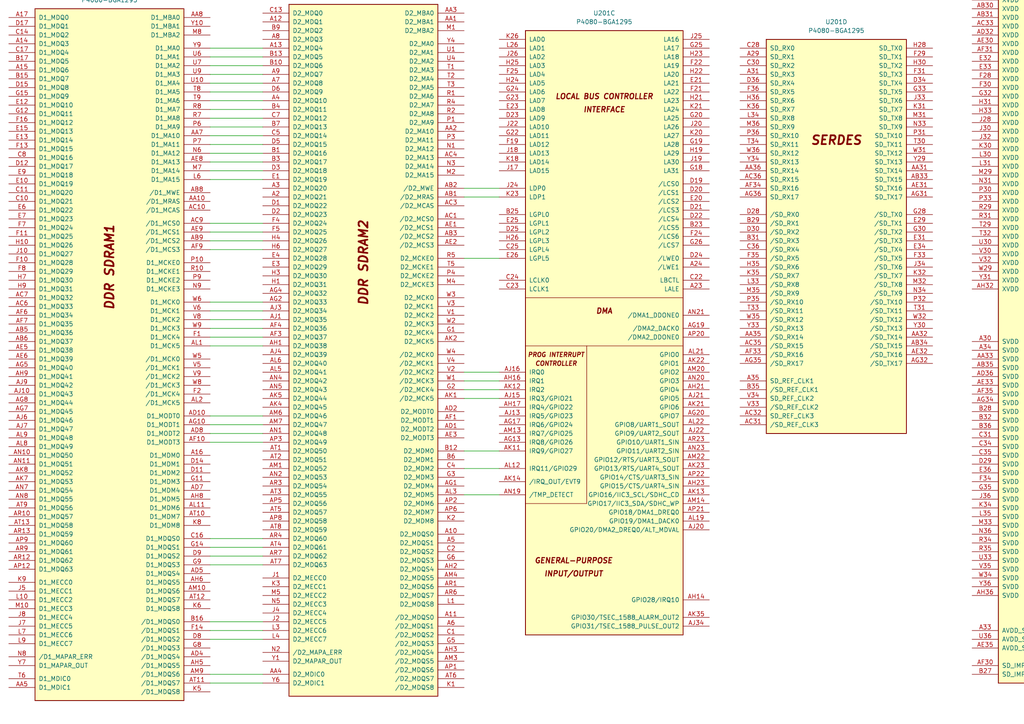
<source format=kicad_sch>
(kicad_sch (version 20250114) (generator "eeschema") (generator_version "9.0")
  (paper "A4")
  (lib_symbols
    (symbol "CPU:P4080-BGA1295" (pin_names (offset 1.016))
      (property "Reference" "U" (at 1.27 19.05 0))
      (property "Value" "P4080-BGA1295" (at 1.27 16.51 0))
      (symbol "P4080-BGA1295_1_1"
        (text "DDR SDRAM1" (at 1.27 26.67 900) (effects (font (size 2.54 2.54) (bold yes) (italic yes))))
        (pin bidirectional line (at -27.94 99.06 0) (length 7.62) (name "D1_MDQ0") (number "A17"))
        (pin bidirectional line (at -27.94 96.52 0) (length 7.62) (name "D1_MDQ1") (number "D17"))
        (pin bidirectional line (at -27.94 93.98 0) (length 7.62) (name "D1_MDQ2") (number "C14"))
        (pin bidirectional line (at -27.94 91.44 0) (length 7.62) (name "D1_MDQ3") (number "A14"))
        (pin bidirectional line (at -27.94 88.9 0) (length 7.62) (name "D1_MDQ4") (number "C17"))
        (pin bidirectional line (at -27.94 86.36 0) (length 7.62) (name "D1_MDQ5") (number "B17"))
        (pin bidirectional line (at -27.94 83.82 0) (length 7.62) (name "D1_MDQ6") (number "A15"))
        (pin bidirectional line (at -27.94 81.28 0) (length 7.62) (name "D1_MDQ7") (number "B15"))
        (pin bidirectional line (at -27.94 78.74 0) (length 7.62) (name "D1_MDQ8") (number "D15"))
        (pin bidirectional line (at -27.94 76.2 0) (length 7.62) (name "D1_MDQ9") (number "G15"))
        (pin bidirectional line (at -27.94 73.66 0) (length 7.62) (name "D1_MDQ10") (number "E12"))
        (pin bidirectional line (at -27.94 71.12 0) (length 7.62) (name "D1_MDQ11") (number "G12"))
        (pin bidirectional line (at -27.94 68.58 0) (length 7.62) (name "D1_MDQ12") (number "F16"))
        (pin bidirectional line (at -27.94 66.04 0) (length 7.62) (name "D1_MDQ13") (number "E15"))
        (pin bidirectional line (at -27.94 63.5 0) (length 7.62) (name "D1_MDQ14") (number "E13"))
        (pin bidirectional line (at -27.94 60.96 0) (length 7.62) (name "D1_MDQ15") (number "F13"))
        (pin bidirectional line (at -27.94 58.42 0) (length 7.62) (name "D1_MDQ16") (number "C8"))
        (pin bidirectional line (at -27.94 55.88 0) (length 7.62) (name "D1_MDQ17") (number "D12"))
        (pin bidirectional line (at -27.94 53.34 0) (length 7.62) (name "D1_MDQ18") (number "E9"))
        (pin bidirectional line (at -27.94 50.8 0) (length 7.62) (name "D1_MDQ19") (number "E10"))
        (pin bidirectional line (at -27.94 48.26 0) (length 7.62) (name "D1_MDQ20") (number "C11"))
        (pin bidirectional line (at -27.94 45.72 0) (length 7.62) (name "D1_MDQ21") (number "C10"))
        (pin bidirectional line (at -27.94 43.18 0) (length 7.62) (name "D1_MDQ22") (number "E6"))
        (pin bidirectional line (at -27.94 40.64 0) (length 7.62) (name "D1_MDQ23") (number "E7"))
        (pin bidirectional line (at -27.94 38.1 0) (length 7.62) (name "D1_MDQ24") (number "F7"))
        (pin bidirectional line (at -27.94 35.56 0) (length 7.62) (name "D1_MDQ25") (number "F11"))
        (pin bidirectional line (at -27.94 33.02 0) (length 7.62) (name "D1_MDQ26") (number "H10"))
        (pin bidirectional line (at -27.94 30.48 0) (length 7.62) (name "D1_MDQ27") (number "J10"))
        (pin bidirectional line (at -27.94 27.94 0) (length 7.62) (name "D1_MDQ28") (number "F10"))
        (pin bidirectional line (at -27.94 25.4 0) (length 7.62) (name "D1_MDQ29") (number "F8"))
        (pin bidirectional line (at -27.94 22.86 0) (length 7.62) (name "D1_MDQ30") (number "H7"))
        (pin bidirectional line (at -27.94 20.32 0) (length 7.62) (name "D1_MDQ31") (number "H9"))
        (pin bidirectional line (at -27.94 17.78 0) (length 7.62) (name "D1_MDQ32") (number "AC7"))
        (pin bidirectional line (at -27.94 15.24 0) (length 7.62) (name "D1_MDQ33") (number "AC6"))
        (pin bidirectional line (at -27.94 12.7 0) (length 7.62) (name "D1_MDQ34") (number "AF6"))
        (pin bidirectional line (at -27.94 10.16 0) (length 7.62) (name "D1_MDQ35") (number "AF7"))
        (pin bidirectional line (at -27.94 7.62 0) (length 7.62) (name "D1_MDQ36") (number "AB5"))
        (pin bidirectional line (at -27.94 5.08 0) (length 7.62) (name "D1_MDQ37") (number "AB6"))
        (pin bidirectional line (at -27.94 2.54 0) (length 7.62) (name "D1_MDQ38") (number "AE5"))
        (pin bidirectional line (at -27.94 0 0) (length 7.62) (name "D1_MDQ39") (number "AE6"))
        (pin bidirectional line (at -27.94 -2.54 0) (length 7.62) (name "D1_MDQ40") (number "AG5"))
        (pin bidirectional line (at -27.94 -5.08 0) (length 7.62) (name "D1_MDQ41") (number "AH9"))
        (pin bidirectional line (at -27.94 -7.62 0) (length 7.62) (name "D1_MDQ42") (number "AJ9"))
        (pin bidirectional line (at -27.94 -10.16 0) (length 7.62) (name "D1_MDQ43") (number "AJ10"))
        (pin bidirectional line (at -27.94 -12.7 0) (length 7.62) (name "D1_MDQ44") (number "AG8"))
        (pin bidirectional line (at -27.94 -15.24 0) (length 7.62) (name "D1_MDQ45") (number "AG7"))
        (pin bidirectional line (at -27.94 -17.78 0) (length 7.62) (name "D1_MDQ46") (number "AJ6"))
        (pin bidirectional line (at -27.94 -20.32 0) (length 7.62) (name "D1_MDQ47") (number "AJ7"))
        (pin bidirectional line (at -27.94 -22.86 0) (length 7.62) (name "D1_MDQ48") (number "AL9"))
        (pin bidirectional line (at -27.94 -25.4 0) (length 7.62) (name "D1_MDQ49") (number "AL8"))
        (pin bidirectional line (at -27.94 -27.94 0) (length 7.62) (name "D1_MDQ50") (number "AN10"))
        (pin bidirectional line (at -27.94 -30.48 0) (length 7.62) (name "D1_MDQ51") (number "AN11"))
        (pin bidirectional line (at -27.94 -33.02 0) (length 7.62) (name "D1_MDQ52") (number "AK8"))
        (pin bidirectional line (at -27.94 -35.56 0) (length 7.62) (name "D1_MDQ53") (number "AK7"))
        (pin bidirectional line (at -27.94 -38.1 0) (length 7.62) (name "D1_MDQ54") (number "AN7"))
        (pin bidirectional line (at -27.94 -40.64 0) (length 7.62) (name "D1_MDQ55") (number "AN8"))
        (pin bidirectional line (at -27.94 -43.18 0) (length 7.62) (name "D1_MDQ56") (number "AT9"))
        (pin bidirectional line (at -27.94 -45.72 0) (length 7.62) (name "D1_MDQ57") (number "AR10"))
        (pin bidirectional line (at -27.94 -48.26 0) (length 7.62) (name "D1_MDQ58") (number "AT13"))
        (pin bidirectional line (at -27.94 -50.8 0) (length 7.62) (name "D1_MDQ59") (number "AR13"))
        (pin bidirectional line (at -27.94 -53.34 0) (length 7.62) (name "D1_MDQ60") (number "AP9"))
        (pin bidirectional line (at -27.94 -55.88 0) (length 7.62) (name "D1_MDQ61") (number "AR9"))
        (pin bidirectional line (at -27.94 -58.42 0) (length 7.62) (name "D1_MDQ62") (number "AR12"))
        (pin bidirectional line (at -27.94 -60.96 0) (length 7.62) (name "D1_MDQ63") (number "AP12"))
        (pin bidirectional line (at -27.94 -64.77 0) (length 7.62) (name "D1_MECC0") (number "K9"))
        (pin bidirectional line (at -27.94 -67.31 0) (length 7.62) (name "D1_MECC1") (number "J5"))
        (pin bidirectional line (at -27.94 -69.85 0) (length 7.62) (name "D1_MECC2") (number "L10"))
        (pin bidirectional line (at -27.94 -72.39 0) (length 7.62) (name "D1_MECC3") (number "M10"))
        (pin bidirectional line (at -27.94 -74.93 0) (length 7.62) (name "D1_MECC4") (number "J8"))
        (pin bidirectional line (at -27.94 -77.47 0) (length 7.62) (name "D1_MECC5") (number "J7"))
        (pin bidirectional line (at -27.94 -80.01 0) (length 7.62) (name "D1_MECC6") (number "L7"))
        (pin bidirectional line (at -27.94 -82.55 0) (length 7.62) (name "D1_MECC7") (number "L9"))
        (pin input line (at -27.94 -86.36 0) (length 7.62) (name "/D1_MAPAR_ERR") (number "N8"))
        (pin output line (at -27.94 -88.9 0) (length 7.62) (name "D1_MAPAR_OUT") (number "Y7"))
        (pin bidirectional line (at -27.94 -92.71 0) (length 7.62) (name "D1_MDIC0") (number "T6"))
        (pin bidirectional line (at -27.94 -95.25 0) (length 7.62) (name "D1_MDIC1") (number "AA5"))
        (pin output line (at 30.48 99.06 180) (length 7.62) (name "D1_MBA0") (number "AA8"))
        (pin output line (at 30.48 96.52 180) (length 7.62) (name "D1_MBA1") (number "Y10"))
        (pin output line (at 30.48 93.98 180) (length 7.62) (name "D1_MBA2") (number "M8"))
        (pin output line (at 30.48 90.17 180) (length 7.62) (name "D1_MA0") (number "Y9"))
        (pin output line (at 30.48 87.63 180) (length 7.62) (name "D1_MA1") (number "U6"))
        (pin output line (at 30.48 85.09 180) (length 7.62) (name "D1_MA2") (number "U7"))
        (pin output line (at 30.48 82.55 180) (length 7.62) (name "D1_MA3") (number "U9"))
        (pin output line (at 30.48 80.01 180) (length 7.62) (name "D1_MA4") (number "U10"))
        (pin output line (at 30.48 77.47 180) (length 7.62) (name "D1_MA5") (number "T8"))
        (pin output line (at 30.48 74.93 180) (length 7.62) (name "D1_MA6") (number "T9"))
        (pin output line (at 30.48 72.39 180) (length 7.62) (name "D1_MA7") (number "R8"))
        (pin output line (at 30.48 69.85 180) (length 7.62) (name "D1_MA8") (number "R7"))
        (pin output line (at 30.48 67.31 180) (length 7.62) (name "D1_MA9") (number "P6"))
        (pin output line (at 30.48 64.77 180) (length 7.62) (name "D1_MA10") (number "AA7"))
        (pin output line (at 30.48 62.23 180) (length 7.62) (name "D1_MA11") (number "P7"))
        (pin output line (at 30.48 59.69 180) (length 7.62) (name "D1_MA12") (number "N6"))
        (pin output line (at 30.48 57.15 180) (length 7.62) (name "D1_MA13") (number "AE8"))
        (pin output line (at 30.48 54.61 180) (length 7.62) (name "D1_MA14") (number "M7"))
        (pin output line (at 30.48 52.07 180) (length 7.62) (name "D1_MA15") (number "L6"))
        (pin output line (at 30.48 48.26 180) (length 7.62) (name "/D1_MWE") (number "AB8"))
        (pin output line (at 30.48 45.72 180) (length 7.62) (name "/D1_MRAS") (number "AA10"))
        (pin output line (at 30.48 43.18 180) (length 7.62) (name "/D1_MCAS") (number "AC10"))
        (pin output line (at 30.48 39.37 180) (length 7.62) (name "/D1_MCS0") (number "AC9"))
        (pin output line (at 30.48 36.83 180) (length 7.62) (name "/D1_MCS1") (number "AE9"))
        (pin output line (at 30.48 34.29 180) (length 7.62) (name "/D1_MCS2") (number "AB9"))
        (pin output line (at 30.48 31.75 180) (length 7.62) (name "/D1_MCS3") (number "AF9"))
        (pin output line (at 30.48 27.94 180) (length 7.62) (name "D1_MCKE0") (number "P10"))
        (pin output line (at 30.48 25.4 180) (length 7.62) (name "D1_MCKE1") (number "R10"))
        (pin output line (at 30.48 22.86 180) (length 7.62) (name "D1_MCKE2") (number "P9"))
        (pin output line (at 30.48 20.32 180) (length 7.62) (name "D1_MCKE3") (number "N9"))
        (pin output line (at 30.48 16.51 180) (length 7.62) (name "D1_MCK0") (number "W6"))
        (pin output line (at 30.48 13.97 180) (length 7.62) (name "D1_MCK1") (number "V6"))
        (pin output line (at 30.48 11.43 180) (length 7.62) (name "D1_MCK2") (number "V8"))
        (pin output line (at 30.48 8.89 180) (length 7.62) (name "D1_MCK3") (number "W9"))
        (pin output line (at 30.48 6.35 180) (length 7.62) (name "D1_MCK4") (number "F1"))
        (pin output line (at 30.48 3.81 180) (length 7.62) (name "D1_MCK5") (number "AL1"))
        (pin output line (at 30.48 0 180) (length 7.62) (name "/D1_MCK0") (number "W5"))
        (pin output line (at 30.48 -2.54 180) (length 7.62) (name "/D1_MCK1") (number "V5"))
        (pin output line (at 30.48 -5.08 180) (length 7.62) (name "/D1_MCK2") (number "V9"))
        (pin output line (at 30.48 -7.62 180) (length 7.62) (name "/D1_MCK3") (number "W8"))
        (pin output line (at 30.48 -10.16 180) (length 7.62) (name "/D1_MCK4") (number "F2"))
        (pin output line (at 30.48 -12.7 180) (length 7.62) (name "/D1_MCK5") (number "AL2"))
        (pin output line (at 30.48 -16.51 180) (length 7.62) (name "D1_MODT0") (number "AD10"))
        (pin output line (at 30.48 -19.05 180) (length 7.62) (name "D1_MODT1") (number "AG10"))
        (pin output line (at 30.48 -21.59 180) (length 7.62) (name "D1_MODT2") (number "AD8"))
        (pin output line (at 30.48 -24.13 180) (length 7.62) (name "D1_MODT3") (number "AF10"))
        (pin output line (at 30.48 -27.94 180) (length 7.62) (name "D1_MDM0") (number "A16"))
        (pin output line (at 30.48 -30.48 180) (length 7.62) (name "D1_MDM1") (number "D14"))
        (pin output line (at 30.48 -33.02 180) (length 7.62) (name "D1_MDM2") (number "D11"))
        (pin output line (at 30.48 -35.56 180) (length 7.62) (name "D1_MDM3") (number "G11"))
        (pin output line (at 30.48 -38.1 180) (length 7.62) (name "D1_MDM4") (number "AD7"))
        (pin output line (at 30.48 -40.64 180) (length 7.62) (name "D1_MDM5") (number "AH8"))
        (pin output line (at 30.48 -43.18 180) (length 7.62) (name "D1_MDM6") (number "AL11"))
        (pin output line (at 30.48 -45.72 180) (length 7.62) (name "D1_MDM7") (number "AT10"))
        (pin output line (at 30.48 -48.26 180) (length 7.62) (name "D1_MDM8") (number "K8"))
        (pin bidirectional line (at 30.48 -52.07 180) (length 7.62) (name "D1_MDQS0") (number "C16"))
        (pin bidirectional line (at 30.48 -54.61 180) (length 7.62) (name "D1_MDQS1") (number "G14"))
        (pin bidirectional line (at 30.48 -57.15 180) (length 7.62) (name "D1_MDQS2") (number "D9"))
        (pin bidirectional line (at 30.48 -59.69 180) (length 7.62) (name "D1_MDQS3") (number "G9"))
        (pin bidirectional line (at 30.48 -62.23 180) (length 7.62) (name "D1_MDQS4") (number "AD5"))
        (pin bidirectional line (at 30.48 -64.77 180) (length 7.62) (name "D1_MDQS5") (number "AH6"))
        (pin bidirectional line (at 30.48 -67.31 180) (length 7.62) (name "D1_MDQS6") (number "AM10"))
        (pin bidirectional line (at 30.48 -69.85 180) (length 7.62) (name "D1_MDQS7") (number "AT12"))
        (pin bidirectional line (at 30.48 -72.39 180) (length 7.62) (name "D1_MDQS8") (number "K6"))
        (pin bidirectional line (at 30.48 -76.2 180) (length 7.62) (name "/D1_MDQS0") (number "B16"))
        (pin bidirectional line (at 30.48 -78.74 180) (length 7.62) (name "/D1_MDQS1") (number "F14"))
        (pin bidirectional line (at 30.48 -81.28 180) (length 7.62) (name "/D1_MDQS2") (number "D8"))
        (pin bidirectional line (at 30.48 -83.82 180) (length 7.62) (name "/D1_MDQS3") (number "G8"))
        (pin bidirectional line (at 30.48 -86.36 180) (length 7.62) (name "/D1_MDQS4") (number "AD4"))
        (pin bidirectional line (at 30.48 -88.9 180) (length 7.62) (name "/D1_MDQS5") (number "AH5"))
        (pin bidirectional line (at 30.48 -91.44 180) (length 7.62) (name "/D1_MDQS6") (number "AM9"))
        (pin bidirectional line (at 30.48 -93.98 180) (length 7.62) (name "/D1_MDQS7") (number "AT11"))
        (pin bidirectional line (at 30.48 -96.52 180) (length 7.62) (name "/D1_MDQS8") (number "K5"))
      )
      (symbol "P4080-BGA1295_2_1"
        (text "DDR SDRAM2" (at 1.27 26.67 900) (effects (font (size 2.54 2.54) (bold yes) (italic yes))))
        (pin bidirectional line (at -27.94 99.06 0) (length 7.62) (name "D2_MDQ0") (number "C13"))
        (pin bidirectional line (at -27.94 96.52 0) (length 7.62) (name "D2_MDQ1") (number "A12"))
        (pin bidirectional line (at -27.94 93.98 0) (length 7.62) (name "D2_MDQ2") (number "B9"))
        (pin bidirectional line (at -27.94 91.44 0) (length 7.62) (name "D2_MDQ3") (number "A8"))
        (pin bidirectional line (at -27.94 88.9 0) (length 7.62) (name "D2_MDQ4") (number "A13"))
        (pin bidirectional line (at -27.94 86.36 0) (length 7.62) (name "D2_MDQ5") (number "B13"))
        (pin bidirectional line (at -27.94 83.82 0) (length 7.62) (name "D2_MDQ6") (number "B10"))
        (pin bidirectional line (at -27.94 81.28 0) (length 7.62) (name "D2_MDQ7") (number "A9"))
        (pin bidirectional line (at -27.94 78.74 0) (length 7.62) (name "D2_MDQ8") (number "A7"))
        (pin bidirectional line (at -27.94 76.2 0) (length 7.62) (name "D2_MDQ9") (number "D6"))
        (pin bidirectional line (at -27.94 73.66 0) (length 7.62) (name "D2_MDQ10") (number "A4"))
        (pin bidirectional line (at -27.94 71.12 0) (length 7.62) (name "D2_MDQ11") (number "B4"))
        (pin bidirectional line (at -27.94 68.58 0) (length 7.62) (name "D2_MDQ12") (number "C7"))
        (pin bidirectional line (at -27.94 66.04 0) (length 7.62) (name "D2_MDQ13") (number "B7"))
        (pin bidirectional line (at -27.94 63.5 0) (length 7.62) (name "D2_MDQ14") (number "C5"))
        (pin bidirectional line (at -27.94 60.96 0) (length 7.62) (name "D2_MDQ15") (number "D5"))
        (pin bidirectional line (at -27.94 58.42 0) (length 7.62) (name "D2_MDQ16") (number "B1"))
        (pin bidirectional line (at -27.94 55.88 0) (length 7.62) (name "D2_MDQ17") (number "B3"))
        (pin bidirectional line (at -27.94 53.34 0) (length 7.62) (name "D2_MDQ18") (number "D3"))
        (pin bidirectional line (at -27.94 50.8 0) (length 7.62) (name "D2_MDQ19") (number "E1"))
        (pin bidirectional line (at -27.94 48.26 0) (length 7.62) (name "D2_MDQ20") (number "A3"))
        (pin bidirectional line (at -27.94 45.72 0) (length 7.62) (name "D2_MDQ21") (number "A2"))
        (pin bidirectional line (at -27.94 43.18 0) (length 7.62) (name "D2_MDQ22") (number "D1"))
        (pin bidirectional line (at -27.94 40.64 0) (length 7.62) (name "D2_MDQ23") (number "D2"))
        (pin bidirectional line (at -27.94 38.1 0) (length 7.62) (name "D2_MDQ24") (number "F4"))
        (pin bidirectional line (at -27.94 35.56 0) (length 7.62) (name "D2_MDQ25") (number "F5"))
        (pin bidirectional line (at -27.94 33.02 0) (length 7.62) (name "D2_MDQ26") (number "H4"))
        (pin bidirectional line (at -27.94 30.48 0) (length 7.62) (name "D2_MDQ27") (number "H6"))
        (pin bidirectional line (at -27.94 27.94 0) (length 7.62) (name "D2_MDQ28") (number "E4"))
        (pin bidirectional line (at -27.94 25.4 0) (length 7.62) (name "D2_MDQ29") (number "E3"))
        (pin bidirectional line (at -27.94 22.86 0) (length 7.62) (name "D2_MDQ30") (number "H3"))
        (pin bidirectional line (at -27.94 20.32 0) (length 7.62) (name "D2_MDQ31") (number "H1"))
        (pin bidirectional line (at -27.94 17.78 0) (length 7.62) (name "D2_MDQ32") (number "AG4"))
        (pin bidirectional line (at -27.94 15.24 0) (length 7.62) (name "D2_MDQ33") (number "AG2"))
        (pin bidirectional line (at -27.94 12.7 0) (length 7.62) (name "D2_MDQ34") (number "AJ3"))
        (pin bidirectional line (at -27.94 10.16 0) (length 7.62) (name "D2_MDQ35") (number "AJ1"))
        (pin bidirectional line (at -27.94 7.62 0) (length 7.62) (name "D2_MDQ36") (number "AF4"))
        (pin bidirectional line (at -27.94 5.08 0) (length 7.62) (name "D2_MDQ37") (number "AF3"))
        (pin bidirectional line (at -27.94 2.54 0) (length 7.62) (name "D2_MDQ38") (number "AH1"))
        (pin bidirectional line (at -27.94 0 0) (length 7.62) (name "D2_MDQ39") (number "AJ4"))
        (pin bidirectional line (at -27.94 -2.54 0) (length 7.62) (name "D2_MDQ40") (number "AL6"))
        (pin bidirectional line (at -27.94 -5.08 0) (length 7.62) (name "D2_MDQ41") (number "AL5"))
        (pin bidirectional line (at -27.94 -7.62 0) (length 7.62) (name "D2_MDQ42") (number "AN4"))
        (pin bidirectional line (at -27.94 -10.16 0) (length 7.62) (name "D2_MDQ43") (number "AN5"))
        (pin bidirectional line (at -27.94 -12.7 0) (length 7.62) (name "D2_MDQ44") (number "AK5"))
        (pin bidirectional line (at -27.94 -15.24 0) (length 7.62) (name "D2_MDQ45") (number "AK4"))
        (pin bidirectional line (at -27.94 -17.78 0) (length 7.62) (name "D2_MDQ46") (number "AM6"))
        (pin bidirectional line (at -27.94 -20.32 0) (length 7.62) (name "D2_MDQ47") (number "AM7"))
        (pin bidirectional line (at -27.94 -22.86 0) (length 7.62) (name "D2_MDQ48") (number "AN1"))
        (pin bidirectional line (at -27.94 -25.4 0) (length 7.62) (name "D2_MDQ49") (number "AP3"))
        (pin bidirectional line (at -27.94 -27.94 0) (length 7.62) (name "D2_MDQ50") (number "AT1"))
        (pin bidirectional line (at -27.94 -30.48 0) (length 7.62) (name "D2_MDQ51") (number "AT2"))
        (pin bidirectional line (at -27.94 -33.02 0) (length 7.62) (name "D2_MDQ52") (number "AM1"))
        (pin bidirectional line (at -27.94 -35.56 0) (length 7.62) (name "D2_MDQ53") (number "AN2"))
        (pin bidirectional line (at -27.94 -38.1 0) (length 7.62) (name "D2_MDQ54") (number "AR3"))
        (pin bidirectional line (at -27.94 -40.64 0) (length 7.62) (name "D2_MDQ55") (number "AT3"))
        (pin bidirectional line (at -27.94 -43.18 0) (length 7.62) (name "D2_MDQ56") (number "AP5"))
        (pin bidirectional line (at -27.94 -45.72 0) (length 7.62) (name "D2_MDQ57") (number "AT5"))
        (pin bidirectional line (at -27.94 -48.26 0) (length 7.62) (name "D2_MDQ58") (number "AP8"))
        (pin bidirectional line (at -27.94 -50.8 0) (length 7.62) (name "D2_MDQ59") (number "AT8"))
        (pin bidirectional line (at -27.94 -53.34 0) (length 7.62) (name "D2_MDQ60") (number "AR4"))
        (pin bidirectional line (at -27.94 -55.88 0) (length 7.62) (name "D2_MDQ61") (number "AT4"))
        (pin bidirectional line (at -27.94 -58.42 0) (length 7.62) (name "D2_MDQ62") (number "AR7"))
        (pin bidirectional line (at -27.94 -60.96 0) (length 7.62) (name "D2_MDQ63") (number "AT7"))
        (pin bidirectional line (at -27.94 -64.77 0) (length 7.62) (name "D2_MECC0") (number "J1"))
        (pin bidirectional line (at -27.94 -67.31 0) (length 7.62) (name "D2_MECC1") (number "K3"))
        (pin bidirectional line (at -27.94 -69.85 0) (length 7.62) (name "D2_MECC2") (number "M5"))
        (pin bidirectional line (at -27.94 -72.39 0) (length 7.62) (name "D2_MECC3") (number "N5"))
        (pin bidirectional line (at -27.94 -74.93 0) (length 7.62) (name "D2_MECC4") (number "J4"))
        (pin bidirectional line (at -27.94 -77.47 0) (length 7.62) (name "D2_MECC5") (number "J2"))
        (pin bidirectional line (at -27.94 -80.01 0) (length 7.62) (name "D2_MECC6") (number "L3"))
        (pin bidirectional line (at -27.94 -82.55 0) (length 7.62) (name "D2_MECC7") (number "L4"))
        (pin input line (at -27.94 -86.36 0) (length 7.62) (name "/D2_MAPA_ERR") (number "N2"))
        (pin output line (at -27.94 -88.9 0) (length 7.62) (name "D2_MAPAR_OUT") (number "Y1"))
        (pin bidirectional line (at -27.94 -92.71 0) (length 7.62) (name "D2_MDIC0") (number "AA4"))
        (pin bidirectional line (at -27.94 -95.25 0) (length 7.62) (name "D2_MDIC1") (number "Y6"))
        (pin output line (at 30.48 99.06 180) (length 7.62) (name "D2_MBA0") (number "AA3"))
        (pin output line (at 30.48 96.52 180) (length 7.62) (name "D2_MBA1") (number "AA1"))
        (pin output line (at 30.48 93.98 180) (length 7.62) (name "D2_MBA2") (number "M1"))
        (pin output line (at 30.48 90.17 180) (length 7.62) (name "D2_MA0") (number "Y4"))
        (pin output line (at 30.48 87.63 180) (length 7.62) (name "D2_MA1") (number "U1"))
        (pin output line (at 30.48 85.09 180) (length 7.62) (name "D2_MA2") (number "U4"))
        (pin output line (at 30.48 82.55 180) (length 7.62) (name "D2_MA3") (number "T1"))
        (pin output line (at 30.48 80.01 180) (length 7.62) (name "D2_MA4") (number "T2"))
        (pin output line (at 30.48 77.47 180) (length 7.62) (name "D2_MA5") (number "T3"))
        (pin output line (at 30.48 74.93 180) (length 7.62) (name "D2_MA6") (number "R1"))
        (pin output line (at 30.48 72.39 180) (length 7.62) (name "D2_MA7") (number "R4"))
        (pin output line (at 30.48 69.85 180) (length 7.62) (name "D2_MA8") (number "R2"))
        (pin output line (at 30.48 67.31 180) (length 7.62) (name "D2_MA9") (number "P1"))
        (pin output line (at 30.48 64.77 180) (length 7.62) (name "D2_MA10") (number "AA2"))
        (pin output line (at 30.48 62.23 180) (length 7.62) (name "D2_MA11") (number "P3"))
        (pin output line (at 30.48 59.69 180) (length 7.62) (name "D2_MA12") (number "N1"))
        (pin output line (at 30.48 57.15 180) (length 7.62) (name "D2_MA13") (number "AC4"))
        (pin output line (at 30.48 54.61 180) (length 7.62) (name "D2_MA14") (number "N3"))
        (pin output line (at 30.48 52.07 180) (length 7.62) (name "D2_MA15") (number "M2"))
        (pin output line (at 30.48 48.26 180) (length 7.62) (name "/D2_MWE") (number "AB2"))
        (pin output line (at 30.48 45.72 180) (length 7.62) (name "/D2_MRAS") (number "AB1"))
        (pin output line (at 30.48 43.18 180) (length 7.62) (name "/D2_MCAS") (number "AC3"))
        (pin output line (at 30.48 39.37 180) (length 7.62) (name "/D2_MCS0") (number "AC1"))
        (pin output line (at 30.48 36.83 180) (length 7.62) (name "/D2_MCS1") (number "AE1"))
        (pin output line (at 30.48 34.29 180) (length 7.62) (name "/D2_MCS2") (number "AB3"))
        (pin output line (at 30.48 31.75 180) (length 7.62) (name "/D2_MCS3") (number "AE2"))
        (pin output line (at 30.48 27.94 180) (length 7.62) (name "D2_MCKE0") (number "R5"))
        (pin output line (at 30.48 25.4 180) (length 7.62) (name "D2_MCKE1") (number "T5"))
        (pin output line (at 30.48 22.86 180) (length 7.62) (name "D2_MCKE2") (number "P4"))
        (pin output line (at 30.48 20.32 180) (length 7.62) (name "D2_MCKE3") (number "M4"))
        (pin output line (at 30.48 16.51 180) (length 7.62) (name "D2_MCK0") (number "W3"))
        (pin output line (at 30.48 13.97 180) (length 7.62) (name "D2_MCK1") (number "V3"))
        (pin output line (at 30.48 11.43 180) (length 7.62) (name "D2_MCK2") (number "V1"))
        (pin output line (at 30.48 8.89 180) (length 7.62) (name "D2_MCK3") (number "W2"))
        (pin output line (at 30.48 6.35 180) (length 7.62) (name "D2_MCK4") (number "G1"))
        (pin output line (at 30.48 3.81 180) (length 7.62) (name "D2_MCK5") (number "AK2"))
        (pin output line (at 30.48 0 180) (length 7.62) (name "/D2_MCK0") (number "W4"))
        (pin output line (at 30.48 -2.54 180) (length 7.62) (name "/D2_MCK1") (number "V4"))
        (pin output line (at 30.48 -5.08 180) (length 7.62) (name "/D2_MCK2") (number "V2"))
        (pin output line (at 30.48 -7.62 180) (length 7.62) (name "/D2_MCK3") (number "W1"))
        (pin output line (at 30.48 -10.16 180) (length 7.62) (name "/D2_MCK4") (number "G2"))
        (pin output line (at 30.48 -12.7 180) (length 7.62) (name "/D2_MCK5") (number "AK1"))
        (pin output line (at 30.48 -16.51 180) (length 7.62) (name "D2_MODT0") (number "AD2"))
        (pin output line (at 30.48 -19.05 180) (length 7.62) (name "D2_MODT1") (number "AF1"))
        (pin output line (at 30.48 -21.59 180) (length 7.62) (name "D2_MODT2") (number "AD1"))
        (pin output line (at 30.48 -24.13 180) (length 7.62) (name "D2_MODT3") (number "AE3"))
        (pin output line (at 30.48 -27.94 180) (length 7.62) (name "D2_MDM0") (number "B12"))
        (pin output line (at 30.48 -30.48 180) (length 7.62) (name "D2_MDM1") (number "B6"))
        (pin output line (at 30.48 -33.02 180) (length 7.62) (name "D2_MDM2") (number "C4"))
        (pin output line (at 30.48 -35.56 180) (length 7.62) (name "D2_MDM3") (number "G3"))
        (pin output line (at 30.48 -38.1 180) (length 7.62) (name "D2_MDM4") (number "AG1"))
        (pin output line (at 30.48 -40.64 180) (length 7.62) (name "D2_MDM5") (number "AL3"))
        (pin output line (at 30.48 -43.18 180) (length 7.62) (name "D2_MDM6") (number "AP2"))
        (pin output line (at 30.48 -45.72 180) (length 7.62) (name "D2_MDM7") (number "AP6"))
        (pin output line (at 30.48 -48.26 180) (length 7.62) (name "D2_MDM8") (number "K2"))
        (pin bidirectional line (at 30.48 -52.07 180) (length 7.62) (name "D2_MDQS0") (number "A10"))
        (pin bidirectional line (at 30.48 -54.61 180) (length 7.62) (name "D2_MDQS1") (number "A5"))
        (pin bidirectional line (at 30.48 -57.15 180) (length 7.62) (name "D2_MDQS2") (number "C2"))
        (pin bidirectional line (at 30.48 -59.69 180) (length 7.62) (name "D2_MDQS3") (number "G6"))
        (pin bidirectional line (at 30.48 -62.23 180) (length 7.62) (name "D2_MDQS4") (number "AH2"))
        (pin bidirectional line (at 30.48 -64.77 180) (length 7.62) (name "D2_MDQS5") (number "AM4"))
        (pin bidirectional line (at 30.48 -67.31 180) (length 7.62) (name "D2_MDQS6") (number "AR1"))
        (pin bidirectional line (at 30.48 -69.85 180) (length 7.62) (name "D2_MDQS7") (number "AR6"))
        (pin bidirectional line (at 30.48 -72.39 180) (length 7.62) (name "D2_MDQS8") (number "L1"))
        (pin bidirectional line (at 30.48 -76.2 180) (length 7.62) (name "/D2_MDQS0") (number "A11"))
        (pin bidirectional line (at 30.48 -78.74 180) (length 7.62) (name "/D2_MDQS1") (number "A6"))
        (pin bidirectional line (at 30.48 -81.28 180) (length 7.62) (name "/D2_MDQS2") (number "C1"))
        (pin bidirectional line (at 30.48 -83.82 180) (length 7.62) (name "/D2_MDQS3") (number "G5"))
        (pin bidirectional line (at 30.48 -86.36 180) (length 7.62) (name "/D2_MDQS4") (number "AH3"))
        (pin bidirectional line (at 30.48 -88.9 180) (length 7.62) (name "/D2_MDQS5") (number "AM3"))
        (pin bidirectional line (at 30.48 -91.44 180) (length 7.62) (name "/D2_MDQS6") (number "AP1"))
        (pin bidirectional line (at 30.48 -93.98 180) (length 7.62) (name "/D2_MDQS7") (number "AT6"))
        (pin bidirectional line (at 30.48 -96.52 180) (length 7.62) (name "/D2_MDQS8") (number "K1"))
      )
      (symbol "P4080-BGA1295_3_1"
        (text "PROG INTERRUPT" (at -13.97 -5.08 0) (effects (font (size 1.27 1.27) (bold yes) (italic yes))))
        (text "CONTROLLER" (at -13.97 -7.62 0) (effects (font (size 1.27 1.27) (bold yes) (italic yes))))
        (text "GENERAL-PURPOSE" (at -8.89 -64.77 0) (effects (font (size 1.524 1.524) (bold yes) (italic yes))))
        (text "INPUT/OUTPUT" (at -8.89 -68.58 0) (effects (font (size 1.524 1.524) (bold yes) (italic yes))))
        (text "LOCAL BUS CONTROLLER" (at 0 69.85 0) (effects (font (size 1.524 1.524) (bold yes) (italic yes))))
        (text "INTERFACE" (at 0 66.04 0) (effects (font (size 1.524 1.524) (bold yes) (italic yes))))
        (text "DMA" (at 0 7.62 0) (effects (font (size 1.524 1.524) (bold yes) (italic yes))))
        (pin bidirectional line (at -30.48 86.36 0) (length 7.62) (name "LAD0") (number "K26"))
        (pin bidirectional line (at -30.48 83.82 0) (length 7.62) (name "LAD1") (number "L26"))
        (pin bidirectional line (at -30.48 81.28 0) (length 7.62) (name "LAD2") (number "J26"))
        (pin bidirectional line (at -30.48 78.74 0) (length 7.62) (name "LAD3") (number "H25"))
        (pin bidirectional line (at -30.48 76.2 0) (length 7.62) (name "LAD4") (number "F25"))
        (pin bidirectional line (at -30.48 73.66 0) (length 7.62) (name "LAD5") (number "H24"))
        (pin bidirectional line (at -30.48 71.12 0) (length 7.62) (name "LAD6") (number "G24"))
        (pin bidirectional line (at -30.48 68.58 0) (length 7.62) (name "LAD7") (number "G23"))
        (pin bidirectional line (at -30.48 66.04 0) (length 7.62) (name "LAD8") (number "E23"))
        (pin bidirectional line (at -30.48 63.5 0) (length 7.62) (name "LAD9") (number "D23"))
        (pin bidirectional line (at -30.48 60.96 0) (length 7.62) (name "LAD10") (number "J22"))
        (pin bidirectional line (at -30.48 58.42 0) (length 7.62) (name "LAD11") (number "G22"))
        (pin bidirectional line (at -30.48 55.88 0) (length 7.62) (name "LAD12") (number "F19"))
        (pin bidirectional line (at -30.48 53.34 0) (length 7.62) (name "LAD13") (number "J18"))
        (pin bidirectional line (at -30.48 50.8 0) (length 7.62) (name "LAD14") (number "K18"))
        (pin bidirectional line (at -30.48 48.26 0) (length 7.62) (name "LAD15") (number "J17"))
        (pin bidirectional line (at -30.48 43.18 0) (length 7.62) (name "LDP0") (number "J24"))
        (pin bidirectional line (at -30.48 40.64 0) (length 7.62) (name "LDP1") (number "K23"))
        (pin output line (at -30.48 35.56 0) (length 7.62) (name "LGPL0") (number "B25"))
        (pin output line (at -30.48 33.02 0) (length 7.62) (name "LGPL1") (number "E25"))
        (pin output line (at -30.48 30.48 0) (length 7.62) (name "LGPL2") (number "D25"))
        (pin output line (at -30.48 27.94 0) (length 7.62) (name "LGPL3") (number "H26"))
        (pin bidirectional line (at -30.48 25.4 0) (length 7.62) (name "LGPL4") (number "C25"))
        (pin output line (at -30.48 22.86 0) (length 7.62) (name "LGPL5") (number "E26"))
        (pin output line (at -30.48 16.51 0) (length 7.62) (name "LCLK0") (number "C24"))
        (pin output line (at -30.48 13.97 0) (length 7.62) (name "LCLK1") (number "C23"))
        (pin input line (at -30.48 -10.16 0) (length 7.62) (name "IRQ0") (number "AJ16"))
        (pin input line (at -30.48 -12.7 0) (length 7.62) (name "IRQ1") (number "AH16"))
        (pin input line (at -30.48 -15.24 0) (length 7.62) (name "IRQ2") (number "AK12"))
        (pin input line (at -30.48 -17.78 0) (length 7.62) (name "IRQ3/GPIO21") (number "AJ15"))
        (pin input line (at -30.48 -20.32 0) (length 7.62) (name "IRQ4/GPIO22") (number "AH17"))
        (pin input line (at -30.48 -22.86 0) (length 7.62) (name "IRQ5/GPIO23") (number "AJ13"))
        (pin input line (at -30.48 -25.4 0) (length 7.62) (name "IRQ6/GPIO24") (number "AG17"))
        (pin input line (at -30.48 -27.94 0) (length 7.62) (name "IRQ7/GPIO25") (number "AM13"))
        (pin input line (at -30.48 -30.48 0) (length 7.62) (name "IRQ8/GPIO26") (number "AG13"))
        (pin input line (at -30.48 -33.02 0) (length 7.62) (name "IRQ9/GPIO27") (number "AK11"))
        (pin input line (at -30.48 -38.1 0) (length 7.62) (name "IRQ11/GPIO29") (number "AL12"))
        (pin output line (at -30.48 -41.91 0) (length 7.62) (name "/IRQ_OUT/EVT9") (number "AK14"))
        (pin input line (at -30.48 -45.72 0) (length 7.62) (name "/TMP_DETECT") (number "AN19"))
        (pin output line (at 30.48 86.36 180) (length 7.62) (name "LA16") (number "J25"))
        (pin output line (at 30.48 83.82 180) (length 7.62) (name "LA17") (number "G25"))
        (pin output line (at 30.48 81.28 180) (length 7.62) (name "LA18") (number "H23"))
        (pin output line (at 30.48 78.74 180) (length 7.62) (name "LA19") (number "F22"))
        (pin output line (at 30.48 76.2 180) (length 7.62) (name "LA20") (number "H22"))
        (pin output line (at 30.48 73.66 180) (length 7.62) (name "LA21") (number "E21"))
        (pin output line (at 30.48 71.12 180) (length 7.62) (name "LA22") (number "F21"))
        (pin output line (at 30.48 68.58 180) (length 7.62) (name "LA23") (number "H21"))
        (pin output line (at 30.48 66.04 180) (length 7.62) (name "LA24") (number "K21"))
        (pin output line (at 30.48 63.5 180) (length 7.62) (name "LA25") (number "G20"))
        (pin output line (at 30.48 60.96 180) (length 7.62) (name "LA26") (number "J20"))
        (pin output line (at 30.48 58.42 180) (length 7.62) (name "LA27") (number "K20"))
        (pin output line (at 30.48 55.88 180) (length 7.62) (name "LA28") (number "G19"))
        (pin output line (at 30.48 53.34 180) (length 7.62) (name "LA29") (number "H19"))
        (pin output line (at 30.48 50.8 180) (length 7.62) (name "LA30") (number "J19"))
        (pin output line (at 30.48 48.26 180) (length 7.62) (name "LA31") (number "G18"))
        (pin output line (at 30.48 44.45 180) (length 7.62) (name "/LCS0") (number "D19"))
        (pin output line (at 30.48 41.91 180) (length 7.62) (name "/LCS1") (number "D20"))
        (pin output line (at 30.48 39.37 180) (length 7.62) (name "/LCS2") (number "E20"))
        (pin output line (at 30.48 36.83 180) (length 7.62) (name "/LCS3") (number "D21"))
        (pin output line (at 30.48 34.29 180) (length 7.62) (name "/LCS4") (number "D22"))
        (pin output line (at 30.48 31.75 180) (length 7.62) (name "/LCS5") (number "B23"))
        (pin output line (at 30.48 29.21 180) (length 7.62) (name "/LCS6") (number "F24"))
        (pin output line (at 30.48 26.67 180) (length 7.62) (name "/LCS7") (number "G26"))
        (pin output line (at 30.48 22.86 180) (length 7.62) (name "/LWE0") (number "D24"))
        (pin output line (at 30.48 20.32 180) (length 7.62) (name "/LWE1") (number "A24"))
        (pin output line (at 30.48 16.51 180) (length 7.62) (name "LBCTL") (number "C22"))
        (pin bidirectional line (at 30.48 13.97 180) (length 7.62) (name "LALE") (number "A23"))
        (pin output line (at 30.48 6.35 180) (length 7.62) (name "/DMA1_DDONE0") (number "AN21"))
        (pin output line (at 30.48 2.54 180) (length 7.62) (name "/DMA2_DACK0") (number "AG19"))
        (pin output line (at 30.48 0 180) (length 7.62) (name "/DMA2_DDONE0") (number "AP20"))
        (pin bidirectional line (at 30.48 -5.08 180) (length 7.62) (name "GPIO0") (number "AL21"))
        (pin bidirectional line (at 30.48 -7.62 180) (length 7.62) (name "GPIO1") (number "AK22"))
        (pin bidirectional line (at 30.48 -10.16 180) (length 7.62) (name "GPIO2") (number "AM20"))
        (pin bidirectional line (at 30.48 -12.7 180) (length 7.62) (name "GPIO3") (number "AN20"))
        (pin bidirectional line (at 30.48 -15.24 180) (length 7.62) (name "GPIO4") (number "AH21"))
        (pin bidirectional line (at 30.48 -17.78 180) (length 7.62) (name "GPIO5") (number "AJ21"))
        (pin bidirectional line (at 30.48 -20.32 180) (length 7.62) (name "GPIO6") (number "AK21"))
        (pin bidirectional line (at 30.48 -22.86 180) (length 7.62) (name "GPIO7") (number "AG20"))
        (pin bidirectional line (at 30.48 -25.4 180) (length 7.62) (name "GPIO8/UART1_SOUT") (number "AL22"))
        (pin bidirectional line (at 30.48 -27.94 180) (length 7.62) (name "GPIO9/UART2_SOUT") (number "AJ22"))
        (pin bidirectional line (at 30.48 -30.48 180) (length 7.62) (name "GPIO10/UART1_SIN") (number "AR23"))
        (pin bidirectional line (at 30.48 -33.02 180) (length 7.62) (name "GPIO11/UART2_SIN") (number "AN23"))
        (pin bidirectional line (at 30.48 -35.56 180) (length 7.62) (name "GPIO12/RTS/UART3_SOUT") (number "AM22"))
        (pin bidirectional line (at 30.48 -38.1 180) (length 7.62) (name "GPIO13/RTS/UART4_SOUT") (number "AK23"))
        (pin bidirectional line (at 30.48 -40.64 180) (length 7.62) (name "GPIO14/CTS/UART3_SIN") (number "AP22"))
        (pin bidirectional line (at 30.48 -43.18 180) (length 7.62) (name "GPIO15/CTS/UART4_SIN") (number "AH23"))
        (pin bidirectional line (at 30.48 -45.72 180) (length 7.62) (name "GPIO16/IIC3_SCL/SDHC_CD") (number "AK13"))
        (pin bidirectional line (at 30.48 -48.26 180) (length 7.62) (name "GPIO17/IIC3_SDA/SDHC_WP") (number "AM14"))
        (pin bidirectional line (at 30.48 -50.8 180) (length 7.62) (name "GPIO18/DMA1_DREQ0") (number "AP21"))
        (pin bidirectional line (at 30.48 -53.34 180) (length 7.62) (name "GPIO19/DMA1_DACK0") (number "AL19"))
        (pin bidirectional line (at 30.48 -55.88 180) (length 7.62) (name "GPIO20/DMA2_DREQ0/ALT_MDVAL") (number "AJ20"))
        (pin bidirectional line (at 30.48 -76.2 180) (length 7.62) (name "GPIO28/IRQ10") (number "AH14"))
        (pin bidirectional line (at 30.48 -81.28 180) (length 7.62) (name "GPIO30/TSEC_1588_ALARM_OUT2") (number "AK35"))
        (pin bidirectional line (at 30.48 -83.82 180) (length 7.62) (name "GPIO31/TSEC_1588_PULSE_OUT2") (number "AJ34"))
      )
      (symbol "P4080-BGA1295_4_1"
        (text "SERDES" (at 0 29.21 0) (effects (font (size 2.54 2.54) (bold yes) (italic yes))))
        (pin input line (at -27.94 55.88 0) (length 7.62) (name "SD_RX0") (number "C28"))
        (pin input line (at -27.94 53.34 0) (length 7.62) (name "SD_RX1") (number "A29"))
        (pin input line (at -27.94 50.8 0) (length 7.62) (name "SD_RX2") (number "C30"))
        (pin input line (at -27.94 48.26 0) (length 7.62) (name "SD_RX3") (number "A31"))
        (pin input line (at -27.94 45.72 0) (length 7.62) (name "SD_RX4") (number "D36"))
        (pin input line (at -27.94 43.18 0) (length 7.62) (name "SD_RX5") (number "F36"))
        (pin input line (at -27.94 40.64 0) (length 7.62) (name "SD_RX6") (number "H36"))
        (pin input line (at -27.94 38.1 0) (length 7.62) (name "SD_RX7") (number "K36"))
        (pin input line (at -27.94 35.56 0) (length 7.62) (name "SD_RX8") (number "L34"))
        (pin input line (at -27.94 33.02 0) (length 7.62) (name "SD_RX9") (number "M36"))
        (pin input line (at -27.94 30.48 0) (length 7.62) (name "SD_RX10") (number "P36"))
        (pin input line (at -27.94 27.94 0) (length 7.62) (name "SD_RX11") (number "T34"))
        (pin input line (at -27.94 25.4 0) (length 7.62) (name "SD_RX12") (number "W36"))
        (pin input line (at -27.94 22.86 0) (length 7.62) (name "SD_RX13") (number "Y34"))
        (pin input line (at -27.94 20.32 0) (length 7.62) (name "SD_RX14") (number "AA36"))
        (pin input line (at -27.94 17.78 0) (length 7.62) (name "SD_RX15") (number "AC36"))
        (pin input line (at -27.94 15.24 0) (length 7.62) (name "SD_RX16") (number "AF34"))
        (pin input line (at -27.94 12.7 0) (length 7.62) (name "SD_RX17") (number "AG36"))
        (pin input line (at -27.94 7.62 0) (length 7.62) (name "/SD_RX0") (number "D28"))
        (pin input line (at -27.94 5.08 0) (length 7.62) (name "/SD_RX1") (number "B29"))
        (pin input line (at -27.94 2.54 0) (length 7.62) (name "/SD_RX2") (number "D30"))
        (pin input line (at -27.94 0 0) (length 7.62) (name "/SD_RX3") (number "B31"))
        (pin input line (at -27.94 -2.54 0) (length 7.62) (name "/SD_RX4") (number "C36"))
        (pin input line (at -27.94 -5.08 0) (length 7.62) (name "/SD_RX5") (number "F35"))
        (pin input line (at -27.94 -7.62 0) (length 7.62) (name "/SD_RX6") (number "H35"))
        (pin input line (at -27.94 -10.16 0) (length 7.62) (name "/SD_RX7") (number "K35"))
        (pin input line (at -27.94 -12.7 0) (length 7.62) (name "/SD_RX8") (number "L33"))
        (pin input line (at -27.94 -15.24 0) (length 7.62) (name "/SD_RX9") (number "M35"))
        (pin input line (at -27.94 -17.78 0) (length 7.62) (name "/SD_RX10") (number "P35"))
        (pin input line (at -27.94 -20.32 0) (length 7.62) (name "/SD_RX11") (number "T33"))
        (pin input line (at -27.94 -22.86 0) (length 7.62) (name "/SD_RX12") (number "W35"))
        (pin input line (at -27.94 -25.4 0) (length 7.62) (name "/SD_RX13") (number "Y33"))
        (pin input line (at -27.94 -27.94 0) (length 7.62) (name "/SD_RX14") (number "AA35"))
        (pin input line (at -27.94 -30.48 0) (length 7.62) (name "/SD_RX15") (number "AC35"))
        (pin input line (at -27.94 -33.02 0) (length 7.62) (name "/SD_RX16") (number "AF33"))
        (pin input line (at -27.94 -35.56 0) (length 7.62) (name "/SD_RX17") (number "AG35"))
        (pin input line (at -27.94 -40.64 0) (length 7.62) (name "SD_REF_CLK1") (number "A35"))
        (pin input line (at -27.94 -43.18 0) (length 7.62) (name "/SD_REF_CLK1") (number "B35"))
        (pin input line (at -27.94 -45.72 0) (length 7.62) (name "SD_REF_CLK2") (number "V34"))
        (pin input line (at -27.94 -48.26 0) (length 7.62) (name "/SD_REF_CLK2") (number "V33"))
        (pin input line (at -27.94 -50.8 0) (length 7.62) (name "SD_REF_CLK3") (number "AC32"))
        (pin input line (at -27.94 -53.34 0) (length 7.62) (name "/SD_REF_CLK3") (number "AC31"))
        (pin output line (at 27.94 55.88 180) (length 7.62) (name "SD_TX0") (number "H28"))
        (pin output line (at 27.94 53.34 180) (length 7.62) (name "SD_TX1") (number "F29"))
        (pin output line (at 27.94 50.8 180) (length 7.62) (name "SD_TX2") (number "H30"))
        (pin output line (at 27.94 48.26 180) (length 7.62) (name "SD_TX3") (number "F31"))
        (pin output line (at 27.94 45.72 180) (length 7.62) (name "SD_TX4") (number "D34"))
        (pin output line (at 27.94 43.18 180) (length 7.62) (name "SD_TX5") (number "G33"))
        (pin output line (at 27.94 40.64 180) (length 7.62) (name "SD_TX6") (number "J33"))
        (pin output line (at 27.94 38.1 180) (length 7.62) (name "SD_TX7") (number "K31"))
        (pin output line (at 27.94 35.56 180) (length 7.62) (name "SD_TX8") (number "M31"))
        (pin output line (at 27.94 33.02 180) (length 7.62) (name "SD_TX9") (number "N33"))
        (pin output line (at 27.94 30.48 180) (length 7.62) (name "SD_TX10") (number "P31"))
        (pin output line (at 27.94 27.94 180) (length 7.62) (name "SD_TX11") (number "T30"))
        (pin output line (at 27.94 25.4 180) (length 7.62) (name "SD_TX12") (number "W31"))
        (pin output line (at 27.94 22.86 180) (length 7.62) (name "SD_TX13") (number "Y29"))
        (pin output line (at 27.94 20.32 180) (length 7.62) (name "SD_TX14") (number "AA31"))
        (pin output line (at 27.94 17.78 180) (length 7.62) (name "SD_TX15") (number "AB33"))
        (pin output line (at 27.94 15.24 180) (length 7.62) (name "SD_TX16") (number "AE31"))
        (pin output line (at 27.94 12.7 180) (length 7.62) (name "SD_TX17") (number "AG31"))
        (pin output line (at 27.94 7.62 180) (length 7.62) (name "/SD_TX0") (number "G28"))
        (pin output line (at 27.94 5.08 180) (length 7.62) (name "/SD_TX1") (number "E29"))
        (pin output line (at 27.94 2.54 180) (length 7.62) (name "/SD_TX2") (number "G30"))
        (pin output line (at 27.94 0 180) (length 7.62) (name "/SD_TX3") (number "E31"))
        (pin output line (at 27.94 -2.54 180) (length 7.62) (name "/SD_TX4") (number "E34"))
        (pin output line (at 27.94 -5.08 180) (length 7.62) (name "/SD_TX5") (number "F33"))
        (pin output line (at 27.94 -7.62 180) (length 7.62) (name "/SD_TX6") (number "J34"))
        (pin output line (at 27.94 -10.16 180) (length 7.62) (name "/SD_TX7") (number "K32"))
        (pin output line (at 27.94 -12.7 180) (length 7.62) (name "/SD_TX8") (number "M32"))
        (pin output line (at 27.94 -15.24 180) (length 7.62) (name "/SD_TX9") (number "N34"))
        (pin output line (at 27.94 -17.78 180) (length 7.62) (name "/SD_TX10") (number "P32"))
        (pin output line (at 27.94 -20.32 180) (length 7.62) (name "/SD_TX11") (number "T31"))
        (pin output line (at 27.94 -22.86 180) (length 7.62) (name "/SD_TX12") (number "W32"))
        (pin output line (at 27.94 -25.4 180) (length 7.62) (name "/SD_TX13") (number "Y30"))
        (pin output line (at 27.94 -27.94 180) (length 7.62) (name "/SD_TX14") (number "AA32"))
        (pin output line (at 27.94 -30.48 180) (length 7.62) (name "/SD_TX15") (number "AB34"))
        (pin output line (at 27.94 -33.02 180) (length 7.62) (name "/SD_TX16") (number "AE32"))
        (pin output line (at 27.94 -35.56 180) (length 7.62) (name "/SD_TX17") (number "AG32"))
      )
      (symbol "P4080-BGA1295_5_1"
        (text "POWER PINS SERDES" (at 0 39.37 900) (effects (font (size 2.54 2.54) (bold yes) (italic yes))))
        (pin power_in line (at -25.4 99.06 0) (length 7.62) (name "XVDD") (number "AA29"))
        (pin power_in line (at -25.4 96.52 0) (length 7.62) (name "XVDD") (number "AB30"))
        (pin power_in line (at -25.4 93.98 0) (length 7.62) (name "XVDD") (number "AB31"))
        (pin power_in line (at -25.4 91.44 0) (length 7.62) (name "XVDD") (number "AC33"))
        (pin power_in line (at -25.4 88.9 0) (length 7.62) (name "XVDD") (number "AD32"))
        (pin power_in line (at -25.4 86.36 0) (length 7.62) (name "XVDD") (number "AE30"))
        (pin power_in line (at -25.4 83.82 0) (length 7.62) (name "XVDD") (number "AF31"))
        (pin power_in line (at -25.4 81.28 0) (length 7.62) (name "XVDD") (number "E32"))
        (pin power_in line (at -25.4 78.74 0) (length 7.62) (name "XVDD") (number "E33"))
        (pin power_in line (at -25.4 76.2 0) (length 7.62) (name "XVDD") (number "F28"))
        (pin power_in line (at -25.4 73.66 0) (length 7.62) (name "XVDD") (number "F30"))
        (pin power_in line (at -25.4 71.12 0) (length 7.62) (name "XVDD") (number "G32"))
        (pin power_in line (at -25.4 68.58 0) (length 7.62) (name "XVDD") (number "H31"))
        (pin power_in line (at -25.4 66.04 0) (length 7.62) (name "XVDD") (number "H33"))
        (pin power_in line (at -25.4 63.5 0) (length 7.62) (name "XVDD") (number "J28"))
        (pin power_in line (at -25.4 60.96 0) (length 7.62) (name "XVDD") (number "J30"))
        (pin power_in line (at -25.4 58.42 0) (length 7.62) (name "XVDD") (number "J32"))
        (pin power_in line (at -25.4 55.88 0) (length 7.62) (name "XVDD") (number "K30"))
        (pin power_in line (at -25.4 53.34 0) (length 7.62) (name "XVDD") (number "L30"))
        (pin power_in line (at -25.4 50.8 0) (length 7.62) (name "XVDD") (number "L31"))
        (pin power_in line (at -25.4 48.26 0) (length 7.62) (name "XVDD") (number "M29"))
        (pin power_in line (at -25.4 45.72 0) (length 7.62) (name "XVDD") (number "N31"))
        (pin power_in line (at -25.4 43.18 0) (length 7.62) (name "XVDD") (number "P30"))
        (pin power_in line (at -25.4 40.64 0) (length 7.62) (name "XVDD") (number "P33"))
        (pin power_in line (at -25.4 38.1 0) (length 7.62) (name "XVDD") (number "R29"))
        (pin power_in line (at -25.4 35.56 0) (length 7.62) (name "XVDD") (number "R31"))
        (pin power_in line (at -25.4 33.02 0) (length 7.62) (name "XVDD") (number "T29"))
        (pin power_in line (at -25.4 30.48 0) (length 7.62) (name "XVDD") (number "T32"))
        (pin power_in line (at -25.4 27.94 0) (length 7.62) (name "XVDD") (number "U30"))
        (pin power_in line (at -25.4 25.4 0) (length 7.62) (name "XVDD") (number "V30"))
        (pin power_in line (at -25.4 22.86 0) (length 7.62) (name "XVDD") (number "V32"))
        (pin power_in line (at -25.4 20.32 0) (length 7.62) (name "XVDD") (number "W29"))
        (pin power_in line (at -25.4 17.78 0) (length 7.62) (name "XVDD") (number "Y31"))
        (pin power_in line (at -25.4 15.24 0) (length 7.62) (name "XVDD") (number "AH32"))
        (pin power_in line (at -25.4 0 0) (length 7.62) (name "SVDD") (number "A30"))
        (pin power_in line (at -25.4 -2.54 0) (length 7.62) (name "SVDD") (number "A34"))
        (pin power_in line (at -25.4 -5.08 0) (length 7.62) (name "SVDD") (number "AA33"))
        (pin power_in line (at -25.4 -7.62 0) (length 7.62) (name "SVDD") (number "AB35"))
        (pin power_in line (at -25.4 -10.16 0) (length 7.62) (name "SVDD") (number "AD36"))
        (pin power_in line (at -25.4 -12.7 0) (length 7.62) (name "SVDD") (number "AE33"))
        (pin power_in line (at -25.4 -15.24 0) (length 7.62) (name "SVDD") (number "AF35"))
        (pin power_in line (at -25.4 -17.78 0) (length 7.62) (name "SVDD") (number "AG34"))
        (pin power_in line (at -25.4 -20.32 0) (length 7.62) (name "SVDD") (number "B28"))
        (pin power_in line (at -25.4 -22.86 0) (length 7.62) (name "SVDD") (number "B32"))
        (pin power_in line (at -25.4 -25.4 0) (length 7.62) (name "SVDD") (number "B36"))
        (pin power_in line (at -25.4 -27.94 0) (length 7.62) (name "SVDD") (number "C31"))
        (pin power_in line (at -25.4 -30.48 0) (length 7.62) (name "SVDD") (number "C34"))
        (pin power_in line (at -25.4 -33.02 0) (length 7.62) (name "SVDD") (number "C35"))
        (pin power_in line (at -25.4 -35.56 0) (length 7.62) (name "SVDD") (number "D29"))
        (pin power_in line (at -25.4 -38.1 0) (length 7.62) (name "SVDD") (number "E36"))
        (pin power_in line (at -25.4 -40.64 0) (length 7.62) (name "SVDD") (number "F34"))
        (pin power_in line (at -25.4 -43.18 0) (length 7.62) (name "SVDD") (number "G35"))
        (pin power_in line (at -25.4 -45.72 0) (length 7.62) (name "SVDD") (number "J36"))
        (pin power_in line (at -25.4 -48.26 0) (length 7.62) (name "SVDD") (number "K34"))
        (pin power_in line (at -25.4 -50.8 0) (length 7.62) (name "SVDD") (number "L35"))
        (pin power_in line (at -25.4 -53.34 0) (length 7.62) (name "SVDD") (number "M33"))
        (pin power_in line (at -25.4 -55.88 0) (length 7.62) (name "SVDD") (number "N36"))
        (pin power_in line (at -25.4 -58.42 0) (length 7.62) (name "SVDD") (number "R34"))
        (pin power_in line (at -25.4 -60.96 0) (length 7.62) (name "SVDD") (number "R35"))
        (pin power_in line (at -25.4 -63.5 0) (length 7.62) (name "SVDD") (number "U33"))
        (pin power_in line (at -25.4 -66.04 0) (length 7.62) (name "SVDD") (number "V35"))
        (pin power_in line (at -25.4 -68.58 0) (length 7.62) (name "SVDD") (number "W34"))
        (pin power_in line (at -25.4 -71.12 0) (length 7.62) (name "SVDD") (number "Y36"))
        (pin power_in line (at -25.4 -73.66 0) (length 7.62) (name "SVDD") (number "AH36"))
        (pin power_in line (at -25.4 -83.82 0) (length 7.62) (name "AVDD_SRDS1") (number "A33"))
        (pin power_in line (at -25.4 -86.36 0) (length 7.62) (name "AVDD_SRDS2") (number "U36"))
        (pin power_in line (at -25.4 -88.9 0) (length 7.62) (name "AVDD_SRDS3") (number "AE35"))
        (pin input line (at -25.4 -93.98 0) (length 7.62) (name "SD_IMP_CAL_TX") (number "AF30"))
        (pin input line (at -25.4 -96.52 0) (length 7.62) (name "SD_IMP_CAL_RX") (number "B27"))
        (pin power_in line (at 25.4 99.06 180) (length 7.62) (name "XGND") (number "AA30"))
        (pin power_in line (at 25.4 96.52 180) (length 7.62) (name "XGND") (number "AB32"))
        (pin power_in line (at 25.4 93.98 180) (length 7.62) (name "XGND") (number "AC30"))
        (pin power_in line (at 25.4 91.44 180) (length 7.62) (name "XGND") (number "AC34"))
        (pin power_in line (at 25.4 88.9 180) (length 7.62) (name "XGND") (number "AD30"))
        (pin power_in line (at 25.4 86.36 180) (length 7.62) (name "XGND") (number "AD31"))
        (pin power_in line (at 25.4 83.82 180) (length 7.62) (name "XGND") (number "AF32"))
        (pin power_in line (at 25.4 81.28 180) (length 7.62) (name "XGND") (number "AG30"))
        (pin power_in line (at 25.4 78.74 180) (length 7.62) (name "XGND") (number "D33"))
        (pin power_in line (at 25.4 76.2 180) (length 7.62) (name "XGND") (number "E28"))
        (pin power_in line (at 25.4 73.66 180) (length 7.62) (name "XGND") (number "E30"))
        (pin power_in line (at 25.4 71.12 180) (length 7.62) (name "XGND") (number "F32"))
        (pin power_in line (at 25.4 68.58 180) (length 7.62) (name "XGND") (number "G29"))
        (pin power_in line (at 25.4 66.04 180) (length 7.62) (name "XGND") (number "G31"))
        (pin power_in line (at 25.4 63.5 180) (length 7.62) (name "XGND") (number "H29"))
        (pin power_in line (at 25.4 60.96 180) (length 7.62) (name "XGND") (number "H32"))
        (pin power_in line (at 25.4 58.42 180) (length 7.62) (name "XGND") (number "H34"))
        (pin power_in line (at 25.4 55.88 180) (length 7.62) (name "XGND") (number "J29"))
        (pin power_in line (at 25.4 53.34 180) (length 7.62) (name "XGND") (number "J31"))
        (pin power_in line (at 25.4 50.8 180) (length 7.62) (name "XGND") (number "K28"))
        (pin power_in line (at 25.4 48.26 180) (length 7.62) (name "XGND") (number "K29"))
        (pin power_in line (at 25.4 45.72 180) (length 7.62) (name "XGND") (number "L29"))
        (pin power_in line (at 25.4 43.18 180) (length 7.62) (name "XGND") (number "L32"))
        (pin power_in line (at 25.4 40.64 180) (length 7.62) (name "XGND") (number "M30"))
        (pin power_in line (at 25.4 38.1 180) (length 7.62) (name "XGND") (number "N29"))
        (pin power_in line (at 25.4 35.56 180) (length 7.62) (name "XGND") (number "N30"))
        (pin power_in line (at 25.4 33.02 180) (length 7.62) (name "XGND") (number "N32"))
        (pin power_in line (at 25.4 30.48 180) (length 7.62) (name "XGND") (number "P29"))
        (pin power_in line (at 25.4 27.94 180) (length 7.62) (name "XGND") (number "P34"))
        (pin power_in line (at 25.4 25.4 180) (length 7.62) (name "XGND") (number "R30"))
        (pin power_in line (at 25.4 22.86 180) (length 7.62) (name "XGND") (number "R32"))
        (pin power_in line (at 25.4 20.32 180) (length 7.62) (name "XGND") (number "U29"))
        (pin power_in line (at 25.4 17.78 180) (length 7.62) (name "XGND") (number "U31"))
        (pin power_in line (at 25.4 15.24 180) (length 7.62) (name "XGND") (number "V29"))
        (pin power_in line (at 25.4 12.7 180) (length 7.62) (name "XGND") (number "V31"))
        (pin power_in line (at 25.4 10.16 180) (length 7.62) (name "XGND") (number "W30"))
        (pin power_in line (at 25.4 7.62 180) (length 7.62) (name "XGND") (number "Y32"))
        (pin power_in line (at 25.4 5.08 180) (length 7.62) (name "XGND") (number "AH31"))
        (pin power_in line (at 25.4 0 180) (length 7.62) (name "SGND") (number "A28"))
        (pin power_in line (at 25.4 -2.54 180) (length 7.62) (name "SGND") (number "A32"))
        (pin power_in line (at 25.4 -5.08 180) (length 7.62) (name "SGND") (number "A36"))
        (pin power_in line (at 25.4 -7.62 180) (length 7.62) (name "SGND") (number "AA34"))
        (pin power_in line (at 25.4 -10.16 180) (length 7.62) (name "SGND") (number "AB36"))
        (pin power_in line (at 25.4 -12.7 180) (length 7.62) (name "SGND") (number "AD35"))
        (pin power_in line (at 25.4 -15.24 180) (length 7.62) (name "SGND") (number "AE34"))
        (pin power_in line (at 25.4 -17.78 180) (length 7.62) (name "SGND") (number "AF36"))
        (pin power_in line (at 25.4 -20.32 180) (length 7.62) (name "SGND") (number "AG33"))
        (pin power_in line (at 25.4 -22.86 180) (length 7.62) (name "SGND") (number "B30"))
        (pin power_in line (at 25.4 -25.4 180) (length 7.62) (name "SGND") (number "B34"))
        (pin power_in line (at 25.4 -27.94 180) (length 7.62) (name "SGND") (number "C29"))
        (pin power_in line (at 25.4 -30.48 180) (length 7.62) (name "SGND") (number "C33"))
        (pin power_in line (at 25.4 -33.02 180) (length 7.62) (name "SGND") (number "D31"))
        (pin power_in line (at 25.4 -35.56 180) (length 7.62) (name "SGND") (number "D35"))
        (pin power_in line (at 25.4 -38.1 180) (length 7.62) (name "SGND") (number "E35"))
        (pin power_in line (at 25.4 -40.64 180) (length 7.62) (name "SGND") (number "G34"))
        (pin power_in line (at 25.4 -43.18 180) (length 7.62) (name "SGND") (number "G36"))
        (pin power_in line (at 25.4 -45.72 180) (length 7.62) (name "SGND") (number "J35"))
        (pin power_in line (at 25.4 -48.26 180) (length 7.62) (name "SGND") (number "K33"))
        (pin power_in line (at 25.4 -50.8 180) (length 7.62) (name "SGND") (number "L36"))
        (pin power_in line (at 25.4 -53.34 180) (length 7.62) (name "SGND") (number "M34"))
        (pin power_in line (at 25.4 -55.88 180) (length 7.62) (name "SGND") (number "N35"))
        (pin power_in line (at 25.4 -58.42 180) (length 7.62) (name "SGND") (number "R33"))
        (pin power_in line (at 25.4 -60.96 180) (length 7.62) (name "SGND") (number "R36"))
        (pin power_in line (at 25.4 -63.5 180) (length 7.62) (name "SGND") (number "T35"))
        (pin power_in line (at 25.4 -66.04 180) (length 7.62) (name "SGND") (number "U34"))
        (pin power_in line (at 25.4 -68.58 180) (length 7.62) (name "SGND") (number "V36"))
        (pin power_in line (at 25.4 -71.12 180) (length 7.62) (name "SGND") (number "W33"))
        (pin power_in line (at 25.4 -73.66 180) (length 7.62) (name "SGND") (number "Y35"))
        (pin power_in line (at 25.4 -76.2 180) (length 7.62) (name "SGND") (number "AH35"))
        (pin power_in line (at 25.4 -78.74 180) (length 7.62) (name "SGND") (number "AH33"))
        (pin power_in line (at 25.4 -83.82 180) (length 7.62) (name "AGND_SRDS1") (number "B33"))
        (pin power_in line (at 25.4 -86.36 180) (length 7.62) (name "AGND_SRDS2") (number "T36"))
        (pin power_in line (at 25.4 -88.9 180) (length 7.62) (name "AGND_SRDS3") (number "AE36"))
      )
      (symbol "P4080-BGA1295_6_1"
        (text "USB1" (at -20.32 82.55 0) (effects (font (size 1.524 1.524))))
        (text "USB2" (at -20.32 58.42 0) (effects (font (size 1.524 1.524))))
        (text "CLOCK" (at -17.78 -63.5 0) (effects (font (size 1.524 1.524))))
        (text "JTAG" (at -17.78 -74.93 0) (effects (font (size 1.524 1.524))))
        (text "eSDHC" (at -15.24 41.91 0) (effects (font (size 1.524 1.524))))
        (text "I²C INTERFACE" (at -15.24 -3.81 0) (effects (font (size 1.524 1.524))))
        (text "SYSTEM" (at -12.7 -86.36 0) (effects (font (size 1.524 1.524))))
        (text "CONTROL" (at -12.7 -88.9 0) (effects (font (size 1.524 1.524))))
        (text "DEBUG" (at -1.27 -39.37 0) (effects (font (size 1.524 1.524))))
        (text "I/O VOLTAGE SELECT" (at 5.08 -69.85 0) (effects (font (size 0.0254 0.0254))))
        (text "IEEE 1588" (at 6.35 21.59 0) (effects (font (size 1.524 1.524))))
        (text "DUART" (at 6.35 -3.81 0) (effects (font (size 1.524 1.524))))
        (text "eSPI" (at 8.89 41.91 0) (effects (font (size 1.524 1.524))))
        (text "DFT" (at 8.89 -90.17 0) (effects (font (size 1.524 1.524))))
        (text "I/O VOLT.SELECT" (at 10.16 -77.47 0) (effects (font (size 1.524 1.524))))
        (text "PWR MANAGEMENT" (at 11.43 -63.5 0) (effects (font (size 1.524 1.524))))
        (pin output line (at -43.18 96.52 0) (length 7.62) (name "USB1_STP/EC1_TX_EN") (number "AR36"))
        (pin input line (at -43.18 91.44 0) (length 7.62) (name "USB1_NXT/EC1_RX_DV") (number "AM34"))
        (pin input line (at -43.18 88.9 0) (length 7.62) (name "USB1_DIR/EC1_RX_CLK") (number "AM36"))
        (pin input line (at -43.18 86.36 0) (length 7.62) (name "USB1_CLK/EC1_GTX_CLK") (number "AP35"))
        (pin output line (at -43.18 72.39 0) (length 7.62) (name "USB2_STP/EC2_TX_EN") (number "AR31"))
        (pin input line (at -43.18 67.31 0) (length 7.62) (name "USB2_NXT/EC2_RX_DV") (number "AR33"))
        (pin input line (at -43.18 64.77 0) (length 7.62) (name "USB2_DIR/EC2_RX_CLK") (number "AT33"))
        (pin input line (at -43.18 62.23 0) (length 7.62) (name "USB2_CLK/EC2_GTX_CLK") (number "AN31"))
        (pin bidirectional line (at -43.18 46.99 0) (length 7.62) (name "SDHC_CMD") (number "AG23"))
        (pin bidirectional line (at -43.18 44.45 0) (length 7.62) (name "SDHC_DAT0") (number "AP24"))
        (pin bidirectional line (at -43.18 41.91 0) (length 7.62) (name "SDHC_DAT1") (number "AT24"))
        (pin bidirectional line (at -43.18 39.37 0) (length 7.62) (name "SDHC_DAT2") (number "AM23"))
        (pin bidirectional line (at -43.18 36.83 0) (length 7.62) (name "SDHC_DAT3") (number "AG22"))
        (pin bidirectional line (at -43.18 34.29 0) (length 7.62) (name "SDHC_DAT4/SPI_CS0") (number "AN29"))
        (pin bidirectional line (at -43.18 31.75 0) (length 7.62) (name "SDHC_DAT5/SPI_CS1") (number "AJ28"))
        (pin bidirectional line (at -43.18 29.21 0) (length 7.62) (name "SDHC_DAT6/SPI_CS2") (number "AR29"))
        (pin bidirectional line (at -43.18 26.67 0) (length 7.62) (name "SDHC_DAT7/SPI_CS3") (number "AM29"))
        (pin output line (at -43.18 22.86 0) (length 7.62) (name "SDHC_CLK") (number "AL23"))
        (pin input line (at -43.18 10.16 0) (length 7.62) (name "TSEC_1588_CLK_IN") (number "AL35"))
        (pin input line (at -43.18 7.62 0) (length 7.62) (name "TSEC_1588_TRIG_IN1C") (number "AL36"))
        (pin input line (at -43.18 5.08 0) (length 7.62) (name "TSEC_1588_TRIG_IN2") (number "AK36"))
        (pin bidirectional line (at -43.18 -5.08 0) (length 7.62) (name "IIC1_SCL") (number "AH15"))
        (pin bidirectional line (at -43.18 -7.62 0) (length 7.62) (name "IIC1_SDA") (number "AN14"))
        (pin bidirectional line (at -43.18 -11.43 0) (length 7.62) (name "INC2_SCL") (number "AM15"))
        (pin bidirectional line (at -43.18 -13.97 0) (length 7.62) (name "INC2_SDA") (number "AL14"))
        (pin bidirectional line (at -43.18 -17.78 0) (length 7.62) (name "IIC3_SCL/GPIO16/SDHC_CD") (number "AK13"))
        (pin bidirectional line (at -43.18 -20.32 0) (length 7.62) (name "IIC3_SDA/GPIO17/SDHC_WP") (number "AM14"))
        (pin bidirectional line (at -43.18 -24.13 0) (length 7.62) (name "IIC4_SCL/EVT5") (number "AG14"))
        (pin bidirectional line (at -43.18 -26.67 0) (length 7.62) (name "IIC4_SDA/EVT6") (number "AL15"))
        (pin bidirectional line (at -43.18 -34.29 0) (length 7.62) (name "/EVT0") (number "AJ17"))
        (pin bidirectional line (at -43.18 -36.83 0) (length 7.62) (name "/EVT1") (number "AK17"))
        (pin bidirectional line (at -43.18 -39.37 0) (length 7.62) (name "/EVT2") (number "AN16"))
        (pin bidirectional line (at -43.18 -41.91 0) (length 7.62) (name "/EVT3") (number "AK16"))
        (pin bidirectional line (at -43.18 -44.45 0) (length 7.62) (name "/EVT4") (number "AM16"))
        (pin bidirectional line (at -43.18 -57.15 0) (length 7.62) (name "/EVT9/IRQ_OUT") (number "AK14"))
        (pin input line (at -43.18 -62.23 0) (length 7.62) (name "RTC") (number "AN24"))
        (pin input line (at -43.18 -64.77 0) (length 7.62) (name "SYSCLK") (number "AT23"))
        (pin input line (at -43.18 -69.85 0) (length 7.62) (name "TCK") (number "AR22"))
        (pin input line (at -43.18 -72.39 0) (length 7.62) (name "TDI") (number "AN17"))
        (pin output line (at -43.18 -74.93 0) (length 7.62) (name "TDO") (number "AP15"))
        (pin input line (at -43.18 -77.47 0) (length 7.62) (name "TMS") (number "AR20"))
        (pin input line (at -43.18 -80.01 0) (length 7.62) (name "/TRST") (number "AR19"))
        (pin input line (at -43.18 -83.82 0) (length 7.62) (name "/PORESET") (number "AP17"))
        (pin bidirectional line (at -43.18 -86.36 0) (length 7.62) (name "/HRESET") (number "AR17"))
        (pin output line (at -43.18 -88.9 0) (length 7.62) (name "/RESET_REQ") (number "AT16"))
        (pin output line (at -43.18 -91.44 0) (length 7.62) (name "/CKSTP_OUT") (number "AM19"))
        (pin bidirectional line (at 40.64 96.52 180) (length 7.62) (name "USB1_D0/EC1_RXD0") (number "AN36"))
        (pin bidirectional line (at 40.64 93.98 180) (length 7.62) (name "USB1_D0/EC1_RXD1") (number "AN35"))
        (pin bidirectional line (at 40.64 91.44 180) (length 7.62) (name "USB1_D2/EC1_RXD2") (number "AN34"))
        (pin bidirectional line (at 40.64 88.9 180) (length 7.62) (name "USB1_D3/EC1_RXD3") (number "AM33"))
        (pin bidirectional line (at 40.64 86.36 180) (length 7.62) (name "USB1_D4/EC1_TXD0") (number "AT35"))
        (pin bidirectional line (at 40.64 83.82 180) (length 7.62) (name "USB1_D5/EC1_TXD1") (number "AR34"))
        (pin bidirectional line (at 40.64 81.28 180) (length 7.62) (name "USB1_D6/EC1_TXD2") (number "AT34"))
        (pin bidirectional line (at 40.64 78.74 180) (length 7.62) (name "USB1_D7/EC1_TXD3") (number "AP36"))
        (pin bidirectional line (at 40.64 72.39 180) (length 7.62) (name "USB2_D0/EC2_RXD0") (number "AT32"))
        (pin bidirectional line (at 40.64 69.85 180) (length 7.62) (name "USB2_D1/EC2_RXD1") (number "AP32"))
        (pin bidirectional line (at 40.64 67.31 180) (length 7.62) (name "USB2_D2/EC2_RXD2") (number "AN32"))
        (pin bidirectional line (at 40.64 64.77 180) (length 7.62) (name "USB2_D3/EC2_RXD3") (number "AP33"))
        (pin bidirectional line (at 40.64 62.23 180) (length 7.62) (name "USB2_D4/EC2_TXD0") (number "AT30"))
        (pin bidirectional line (at 40.64 59.69 180) (length 7.62) (name "USB2_D5/EC2_TXD1") (number "AR30"))
        (pin bidirectional line (at 40.64 57.15 180) (length 7.62) (name "USB2_D6/EC2_TXD2") (number "AP30"))
        (pin bidirectional line (at 40.64 54.61 180) (length 7.62) (name "USB2_D7/EC2_TXD3") (number "AT31"))
        (pin bidirectional line (at 40.64 46.99 180) (length 7.62) (name "SPI_MOSI") (number "AT29"))
        (pin input line (at 40.64 44.45 180) (length 7.62) (name "SPI_MISO") (number "AH28"))
        (pin output line (at 40.64 40.64 180) (length 7.62) (name "SPI_CLK") (number "AK29"))
        (pin output line (at 40.64 19.05 180) (length 7.62) (name "TSEC_1588_CLK_OUT") (number "AM30"))
        (pin output line (at 40.64 15.24 180) (length 7.62) (name "TSEC_1588_ALARM_OUT1") (number "AJ36"))
        (pin output line (at 40.64 12.7 180) (length 7.62) (name "TSEC_1588_ALARM_OUT2/GPIO30") (number "AK35"))
        (pin output line (at 40.64 7.62 180) (length 7.62) (name "TSEC_1588_PULSE_OUT1") (number "AL30"))
        (pin output line (at 40.64 5.08 180) (length 7.62) (name "TSEC_1588_PULSE_OUT2/GPIO31") (number "AJ34"))
        (pin input line (at 40.64 -5.08 180) (length 7.62) (name "UART1_SIN/GPIO10") (number "AR23"))
        (pin input line (at 40.64 -7.62 180) (length 7.62) (name "UART2_SIN/GPIO11") (number "AN23"))
        (pin input line (at 40.64 -11.43 180) (length 7.62) (name "UART1_CTS/UART3_SIN/GPIO14") (number "AP22"))
        (pin input line (at 40.64 -13.97 180) (length 7.62) (name "UART2_CTS/UART4_SIN/GPIO15") (number "AH23"))
        (pin output line (at 40.64 -17.78 180) (length 7.62) (name "UART1_SDOUT/GPIO8") (number "AL22"))
        (pin output line (at 40.64 -20.32 180) (length 7.62) (name "UART2_SDOUT/GPIO9") (number "AJ22"))
        (pin output line (at 40.64 -24.13 180) (length 7.62) (name "UART1_RTS/UART3_SDOUT/GPIO12") (number "AM22"))
        (pin output line (at 40.64 -26.67 180) (length 7.62) (name "UART2_RTS/UART4_SDOUT/GPIO13") (number "AK23"))
        (pin output line (at 40.64 -34.29 180) (length 7.62) (name "MDVA") (number "AR15"))
        (pin output line (at 40.64 -38.1 180) (length 7.62) (name "MSRCID0") (number "AH20"))
        (pin output line (at 40.64 -40.64 180) (length 7.62) (name "MSRCID1") (number "AJ19"))
        (pin output line (at 40.64 -43.18 180) (length 7.62) (name "MSRCID2") (number "AH18"))
        (pin output line (at 40.64 -46.99 180) (length 7.62) (name "ALT_MDVAL/DMA2_DREQ0/GPIO20") (number "AJ20"))
        (pin output line (at 40.64 -49.53 180) (length 7.62) (name "ALT_MSRCID0/DMA2_DACK0/EVT7") (number "AG19"))
        (pin output line (at 40.64 -52.07 180) (length 7.62) (name "ALT_MSRCID1/DMA2_DDONE0/EVT8") (number "AP20"))
        (pin output line (at 40.64 -57.15 180) (length 7.62) (name "CLK_OUT") (number "AK20"))
        (pin output line (at 40.64 -63.5 180) (length 7.62) (name "ASLEEP") (number "AR21"))
        (pin input line (at 40.64 -72.39 180) (length 7.62) (name "IO_VSEL0") (number "AL18"))
        (pin input line (at 40.64 -74.93 180) (length 7.62) (name "IO_VSEL1") (number "AP18"))
        (pin input line (at 40.64 -77.47 180) (length 7.62) (name "IO_VSEL2") (number "AK18"))
        (pin input line (at 40.64 -80.01 180) (length 7.62) (name "IO_VSEL3") (number "AM18"))
        (pin input line (at 40.64 -82.55 180) (length 7.62) (name "IO_VSEL4") (number "AH19"))
        (pin input line (at 40.64 -88.9 180) (length 7.62) (name "/SCAN_MODE") (number "AL17"))
        (pin input line (at 40.64 -91.44 180) (length 7.62) (name "/TEST_SEL") (number "AT21"))
      )
      (symbol "P4080-BGA1295_7_1"
        (text "ETHERNET" (at 1.27 26.67 0) (effects (font (size 1.524 1.524) (bold yes) (italic yes))))
        (pin input line (at -33.02 25.4 0) (length 7.62) (name "EC_GTX_CLK125") (number "AK34"))
        (pin input line (at -33.02 22.86 0) (length 7.62) (name "EC_XTRNL_TX_STMP1") (number "AM31"))
        (pin input line (at -33.02 20.32 0) (length 7.62) (name "EC_XTRNL_RX_STMP1") (number "AK32"))
        (pin input line (at -33.02 17.78 0) (length 7.62) (name "EC_XTRNL_TX_STMP2") (number "AJ31"))
        (pin input line (at -33.02 15.24 0) (length 7.62) (name "EC_XTRNL_RX_STMP2") (number "AK31"))
        (pin input line (at -33.02 10.16 0) (length 7.62) (name "EC1_RX_CLK/USB1_DIR") (number "AM36"))
        (pin input line (at -33.02 7.62 0) (length 7.62) (name "EC1_RX_DV/USB1_NXT") (number "AM34"))
        (pin input line (at -33.02 2.54 0) (length 7.62) (name "EC1_RXD0/USB1_D0") (number "AN36"))
        (pin input line (at -33.02 0 0) (length 7.62) (name "EC1_RXD1/USB1_D1") (number "AN35"))
        (pin input line (at -33.02 -2.54 0) (length 7.62) (name "EC1_RXD2/USB1_D2") (number "AN34"))
        (pin input line (at -33.02 -5.08 0) (length 7.62) (name "EC1_RXD3/USB1_D3") (number "AM33"))
        (pin input line (at -33.02 -10.16 0) (length 7.62) (name "EC2_RX_CLK/USB2_DIR") (number "AT33"))
        (pin input line (at -33.02 -12.7 0) (length 7.62) (name "EC2_RX_DV/USB2_NXT") (number "AR33"))
        (pin input line (at -33.02 -17.78 0) (length 7.62) (name "EC2_RXD0/USB2_D0") (number "AT32"))
        (pin input line (at -33.02 -20.32 0) (length 7.62) (name "EC2_RXD1/USB2_D1") (number "AP32"))
        (pin input line (at -33.02 -22.86 0) (length 7.62) (name "EC2_RXD2/USB2_D2") (number "AN32"))
        (pin input line (at -33.02 -25.4 0) (length 7.62) (name "EC2_RXD3/USB2_D3") (number "AP33"))
        (pin output line (at 33.02 24.13 180) (length 7.62) (name "EMI1_MDC") (number "AJ33"))
        (pin bidirectional line (at 33.02 21.59 180) (length 7.62) (name "EMI1_MDIO") (number "AL32"))
        (pin output line (at 33.02 17.78 180) (length 7.62) (name "EMI2_MDC") (number "AK30"))
        (pin bidirectional line (at 33.02 15.24 180) (length 7.62) (name "EMI2_MDIO") (number "AJ30"))
        (pin output line (at 33.02 10.16 180) (length 7.62) (name "EC1_GTX_CLK/USB1_CLK") (number "AP35"))
        (pin output line (at 33.02 7.62 180) (length 7.62) (name "EC1_TX_EN/USB1_STP") (number "AR36"))
        (pin output line (at 33.02 2.54 180) (length 7.62) (name "EC1_TXD0/USB1_D4") (number "AT35"))
        (pin output line (at 33.02 0 180) (length 7.62) (name "EC1_TXD1/USB1_D5") (number "AR34"))
        (pin output line (at 33.02 -2.54 180) (length 7.62) (name "EC1_TXD2/USB1_D6") (number "AT34"))
        (pin bidirectional line (at 33.02 -5.08 180) (length 7.62) (name "EC1_TXD3/USB1_D7") (number "AP36"))
        (pin output line (at 33.02 -10.16 180) (length 7.62) (name "EC2_GTX_CLK/USB2_CLK") (number "AN31"))
        (pin output line (at 33.02 -12.7 180) (length 7.62) (name "EC2_TX_EN/USB2_STP") (number "AR31"))
        (pin output line (at 33.02 -17.78 180) (length 7.62) (name "EC2_TXD0/USB2_D4") (number "AT30"))
        (pin output line (at 33.02 -20.32 180) (length 7.62) (name "EC2_TXD1/USB2_D5") (number "AR30"))
        (pin output line (at 33.02 -22.86 180) (length 7.62) (name "EC2_TXD2/USB2_D6") (number "AP30"))
        (pin bidirectional line (at 33.02 -25.4 180) (length 7.62) (name "EC2_TXD3/USB2_D7") (number "AT31"))
      )
      (symbol "P4080-BGA1295_8_1"
        (text "GND PINS" (at 0 26.67 0) (effects (font (size 3.81 3.81) (bold yes) (italic yes))))
        (pin power_in line (at -58.42 124.46 0) (length 7.62) (name "GND") (number "AK34"))
        (pin power_in line (at -58.42 121.92 0) (length 7.62) (name "GND") (number "L12"))
        (pin power_in line (at -58.42 119.38 0) (length 7.62) (name "GND") (number "AD27"))
        (pin power_in line (at -58.42 116.84 0) (length 7.62) (name "GND") (number "Y27"))
        (pin power_in line (at -58.42 114.3 0) (length 7.62) (name "GND") (number "V27"))
        (pin power_in line (at -58.42 111.76 0) (length 7.62) (name "GND") (number "T27"))
        (pin power_in line (at -58.42 109.22 0) (length 7.62) (name "GND") (number "M25"))
        (pin power_in line (at -58.42 106.68 0) (length 7.62) (name "GND") (number "P25"))
        (pin power_in line (at -58.42 104.14 0) (length 7.62) (name "GND") (number "T25"))
        (pin power_in line (at -58.42 101.6 0) (length 7.62) (name "GND") (number "V17"))
        (pin power_in line (at -58.42 99.06 0) (length 7.62) (name "GND") (number "P27"))
        (pin power_in line (at -58.42 96.52 0) (length 7.62) (name "GND") (number "Y25"))
        (pin power_in line (at -58.42 93.98 0) (length 7.62) (name "GND") (number "AB25"))
        (pin power_in line (at -58.42 91.44 0) (length 7.62) (name "GND") (number "AD25"))
        (pin power_in line (at -58.42 88.9 0) (length 7.62) (name "GND") (number "AF25"))
        (pin power_in line (at -58.42 86.36 0) (length 7.62) (name "GND") (number "AE24"))
        (pin power_in line (at -58.42 83.82 0) (length 7.62) (name "GND") (number "AC24"))
        (pin power_in line (at -58.42 81.28 0) (length 7.62) (name "GND") (number "AA24"))
        (pin power_in line (at -58.42 78.74 0) (length 7.62) (name "GND") (number "W24"))
        (pin power_in line (at -58.42 76.2 0) (length 7.62) (name "GND") (number "U24"))
        (pin power_in line (at -58.42 73.66 0) (length 7.62) (name "GND") (number "R24"))
        (pin power_in line (at -58.42 71.12 0) (length 7.62) (name "GND") (number "N24"))
        (pin power_in line (at -58.42 68.58 0) (length 7.62) (name "GND") (number "L24"))
        (pin power_in line (at -58.42 66.04 0) (length 7.62) (name "GND") (number "M23"))
        (pin power_in line (at -58.42 63.5 0) (length 7.62) (name "GND") (number "P23"))
        (pin power_in line (at -58.42 60.96 0) (length 7.62) (name "GND") (number "T23"))
        (pin power_in line (at -58.42 58.42 0) (length 7.62) (name "GND") (number "V23"))
        (pin power_in line (at -58.42 55.88 0) (length 7.62) (name "GND") (number "Y23"))
        (pin power_in line (at -58.42 53.34 0) (length 7.62) (name "GND") (number "AB23"))
        (pin power_in line (at -58.42 50.8 0) (length 7.62) (name "GND") (number "AD23"))
        (pin power_in line (at -58.42 48.26 0) (length 7.62) (name "GND") (number "AF23"))
        (pin power_in line (at -58.42 45.72 0) (length 7.62) (name "GND") (number "N22"))
        (pin power_in line (at -58.42 43.18 0) (length 7.62) (name "GND") (number "R22"))
        (pin power_in line (at -58.42 40.64 0) (length 7.62) (name "GND") (number "U22"))
        (pin power_in line (at -58.42 38.1 0) (length 7.62) (name "GND") (number "W22"))
        (pin power_in line (at -58.42 35.56 0) (length 7.62) (name "GND") (number "AA22"))
        (pin power_in line (at -58.42 33.02 0) (length 7.62) (name "GND") (number "AC22"))
        (pin power_in line (at -58.42 30.48 0) (length 7.62) (name "GND") (number "AE22"))
        (pin power_in line (at -58.42 27.94 0) (length 7.62) (name "GND") (number "M21"))
        (pin power_in line (at -58.42 25.4 0) (length 7.62) (name "GND") (number "P21"))
        (pin power_in line (at -58.42 22.86 0) (length 7.62) (name "GND") (number "T21"))
        (pin power_in line (at -58.42 20.32 0) (length 7.62) (name "GND") (number "V21"))
        (pin power_in line (at -58.42 17.78 0) (length 7.62) (name "GND") (number "Y21"))
        (pin power_in line (at -58.42 15.24 0) (length 7.62) (name "GND") (number "AB21"))
        (pin power_in line (at -58.42 12.7 0) (length 7.62) (name "GND") (number "AD21"))
        (pin power_in line (at -58.42 10.16 0) (length 7.62) (name "GND") (number "AF21"))
        (pin power_in line (at -58.42 7.62 0) (length 7.62) (name "GND") (number "W20"))
        (pin power_in line (at -58.42 5.08 0) (length 7.62) (name "GND") (number "AC20"))
        (pin power_in line (at -58.42 2.54 0) (length 7.62) (name "GND") (number "AA20"))
        (pin power_in line (at -58.42 0 0) (length 7.62) (name "GND") (number "AE20"))
        (pin power_in line (at -58.42 -2.54 0) (length 7.62) (name "GND") (number "U20"))
        (pin power_in line (at -58.42 -5.08 0) (length 7.62) (name "GND") (number "R20"))
        (pin power_in line (at -58.42 -7.62 0) (length 7.62) (name "GND") (number "N20"))
        (pin power_in line (at -58.42 -10.16 0) (length 7.62) (name "GND") (number "M19"))
        (pin power_in line (at -58.42 -12.7 0) (length 7.62) (name "GND") (number "P19"))
        (pin power_in line (at -58.42 -15.24 0) (length 7.62) (name "GND") (number "T19"))
        (pin power_in line (at -58.42 -17.78 0) (length 7.62) (name "GND") (number "V19"))
        (pin power_in line (at -58.42 -20.32 0) (length 7.62) (name "GND") (number "Y19"))
        (pin power_in line (at -58.42 -22.86 0) (length 7.62) (name "GND") (number "AB19"))
        (pin power_in line (at -58.42 -25.4 0) (length 7.62) (name "GND") (number "AD19"))
        (pin power_in line (at -58.42 -27.94 0) (length 7.62) (name "GND") (number "AF19"))
        (pin power_in line (at -58.42 -30.48 0) (length 7.62) (name "GND") (number "AE18"))
        (pin power_in line (at -58.42 -33.02 0) (length 7.62) (name "GND") (number "AA18"))
        (pin power_in line (at -58.42 -35.56 0) (length 7.62) (name "GND") (number "AC18"))
        (pin power_in line (at -58.42 -38.1 0) (length 7.62) (name "GND") (number "W18"))
        (pin power_in line (at -58.42 -40.64 0) (length 7.62) (name "GND") (number "AF17"))
        (pin power_in line (at -58.42 -43.18 0) (length 7.62) (name "GND") (number "AD17"))
        (pin power_in line (at -58.42 -45.72 0) (length 7.62) (name "GND") (number "AB17"))
        (pin power_in line (at -58.42 -48.26 0) (length 7.62) (name "GND") (number "Y17"))
        (pin power_in line (at -58.42 -50.8 0) (length 7.62) (name "GND") (number "U18"))
        (pin power_in line (at -58.42 -53.34 0) (length 7.62) (name "GND") (number "R18"))
        (pin power_in line (at -58.42 -55.88 0) (length 7.62) (name "GND") (number "N18"))
        (pin power_in line (at -58.42 -58.42 0) (length 7.62) (name "GND") (number "T17"))
        (pin power_in line (at -58.42 -60.96 0) (length 7.62) (name "GND") (number "P17"))
        (pin power_in line (at -58.42 -63.5 0) (length 7.62) (name "GND") (number "M17"))
        (pin power_in line (at -58.42 -66.04 0) (length 7.62) (name "GND") (number "N16"))
        (pin power_in line (at -58.42 -68.58 0) (length 7.62) (name "GND") (number "R16"))
        (pin power_in line (at -58.42 -71.12 0) (length 7.62) (name "GND") (number "U16"))
        (pin power_in line (at -58.42 -73.66 0) (length 7.62) (name "GND") (number "AE16"))
        (pin power_in line (at -58.42 -76.2 0) (length 7.62) (name "GND") (number "AA16"))
        (pin power_in line (at -58.42 -78.74 0) (length 7.62) (name "GND") (number "AC16"))
        (pin power_in line (at -58.42 -81.28 0) (length 7.62) (name "GND") (number "W16"))
        (pin power_in line (at -58.42 -83.82 0) (length 7.62) (name "GND") (number "AF15"))
        (pin power_in line (at -58.42 -86.36 0) (length 7.62) (name "GND") (number "AD15"))
        (pin power_in line (at -58.42 -88.9 0) (length 7.62) (name "GND") (number "AB15"))
        (pin power_in line (at -58.42 -91.44 0) (length 7.62) (name "GND") (number "Y15"))
        (pin power_in line (at -58.42 -93.98 0) (length 7.62) (name "GND") (number "V15"))
        (pin power_in line (at -58.42 -96.52 0) (length 7.62) (name "GND") (number "T15"))
        (pin power_in line (at -58.42 -99.06 0) (length 7.62) (name "GND") (number "P15"))
        (pin power_in line (at -58.42 -101.6 0) (length 7.62) (name "GND") (number "M15"))
        (pin power_in line (at -58.42 -104.14 0) (length 7.62) (name "GND") (number "L14"))
        (pin power_in line (at -58.42 -106.68 0) (length 7.62) (name "GND") (number "N14"))
        (pin power_in line (at -58.42 -109.22 0) (length 7.62) (name "GND") (number "R14"))
        (pin power_in line (at -58.42 -111.76 0) (length 7.62) (name "GND") (number "U14"))
        (pin power_in line (at -58.42 -114.3 0) (length 7.62) (name "GND") (number "W14"))
        (pin power_in line (at -58.42 -116.84 0) (length 7.62) (name "GND") (number "AA14"))
        (pin power_in line (at -58.42 -119.38 0) (length 7.62) (name "GND") (number "AC14"))
        (pin power_in line (at -58.42 -121.92 0) (length 7.62) (name "GND") (number "AE14"))
        (pin power_in line (at -43.18 134.62 270) (length 7.62) (name "GND") (number "C3"))
        (pin power_in line (at -40.64 134.62 270) (length 7.62) (name "GND") (number "B5"))
        (pin power_in line (at -38.1 134.62 270) (length 7.62) (name "GND") (number "F3"))
        (pin power_in line (at -35.56 134.62 270) (length 7.62) (name "GND") (number "E5"))
        (pin power_in line (at -33.02 134.62 270) (length 7.62) (name "GND") (number "D7"))
        (pin power_in line (at -30.48 134.62 270) (length 7.62) (name "GND") (number "C9"))
        (pin power_in line (at -27.94 134.62 270) (length 7.62) (name "GND") (number "B11"))
        (pin power_in line (at -25.4 134.62 270) (length 7.62) (name "GND") (number "J3"))
        (pin power_in line (at -22.86 134.62 270) (length 7.62) (name "GND") (number "H5"))
        (pin power_in line (at -20.32 134.62 270) (length 7.62) (name "GND") (number "G7"))
        (pin power_in line (at -17.78 134.62 270) (length 7.62) (name "GND") (number "F9"))
        (pin power_in line (at -15.24 134.62 270) (length 7.62) (name "GND") (number "E11"))
        (pin power_in line (at -12.7 134.62 270) (length 7.62) (name "GND") (number "D13"))
        (pin power_in line (at -10.16 134.62 270) (length 7.62) (name "GND") (number "C15"))
        (pin power_in line (at -7.62 134.62 270) (length 7.62) (name "GND") (number "K19"))
        (pin power_in line (at -5.08 134.62 270) (length 7.62) (name "GND") (number "B20"))
        (pin power_in line (at -2.54 134.62 270) (length 7.62) (name "GND") (number "B22"))
        (pin power_in line (at 0 134.62 270) (length 7.62) (name "GND") (number "E19"))
        (pin power_in line (at 2.54 134.62 270) (length 7.62) (name "GND") (number "L22"))
        (pin power_in line (at 5.08 134.62 270) (length 7.62) (name "GND") (number "J23"))
        (pin power_in line (at 7.62 134.62 270) (length 7.62) (name "GND") (number "A22"))
        (pin power_in line (at 10.16 134.62 270) (length 7.62) (name "GND") (number "L20"))
        (pin power_in line (at 12.7 134.62 270) (length 7.62) (name "GND") (number "A26"))
        (pin power_in line (at 15.24 134.62 270) (length 7.62) (name "GND") (number "A18"))
        (pin power_in line (at 17.78 134.62 270) (length 7.62) (name "GND") (number "E17"))
        (pin power_in line (at 20.32 134.62 270) (length 7.62) (name "GND") (number "F23"))
        (pin power_in line (at 22.86 134.62 270) (length 7.62) (name "GND") (number "J27"))
        (pin power_in line (at 25.4 134.62 270) (length 7.62) (name "GND") (number "F27"))
        (pin power_in line (at 27.94 134.62 270) (length 7.62) (name "GND") (number "G21"))
        (pin power_in line (at 30.48 134.62 270) (length 7.62) (name "GND") (number "K25"))
        (pin power_in line (at 33.02 134.62 270) (length 7.62) (name "GND") (number "B18"))
        (pin power_in line (at 35.56 134.62 270) (length 7.62) (name "GND") (number "L18"))
        (pin power_in line (at 38.1 134.62 270) (length 7.62) (name "GND") (number "J21"))
        (pin power_in line (at 40.64 134.62 270) (length 7.62) (name "GND") (number "M27"))
        (pin power_in line (at 43.18 134.62 270) (length 7.62) (name "GND") (number "G13"))
        (pin power_in line (at 58.42 124.46 180) (length 7.62) (name "GND") (number "F15"))
        (pin power_in line (at 58.42 121.92 180) (length 7.62) (name "GND") (number "H11"))
        (pin power_in line (at 58.42 119.38 180) (length 7.62) (name "GND") (number "J9"))
        (pin power_in line (at 58.42 116.84 180) (length 7.62) (name "GND") (number "K7"))
        (pin power_in line (at 58.42 114.3 180) (length 7.62) (name "GND") (number "L5"))
        (pin power_in line (at 58.42 111.76 180) (length 7.62) (name "GND") (number "M3"))
        (pin power_in line (at 58.42 109.22 180) (length 7.62) (name "GND") (number "R3"))
        (pin power_in line (at 58.42 106.68 180) (length 7.62) (name "GND") (number "P5"))
        (pin power_in line (at 58.42 104.14 180) (length 7.62) (name "GND") (number "N7"))
        (pin power_in line (at 58.42 101.6 180) (length 7.62) (name "GND") (number "M9"))
        (pin power_in line (at 58.42 99.06 180) (length 7.62) (name "GND") (number "V25"))
        (pin power_in line (at 58.42 96.52 180) (length 7.62) (name "GND") (number "R9"))
        (pin power_in line (at 58.42 93.98 180) (length 7.62) (name "GND") (number "T7"))
        (pin power_in line (at 58.42 91.44 180) (length 7.62) (name "GND") (number "U5"))
        (pin power_in line (at 58.42 88.9 180) (length 7.62) (name "GND") (number "U3"))
        (pin power_in line (at 58.42 86.36 180) (length 7.62) (name "GND") (number "Y3"))
        (pin power_in line (at 58.42 83.82 180) (length 7.62) (name "GND") (number "Y5"))
        (pin power_in line (at 58.42 81.28 180) (length 7.62) (name "GND") (number "W7"))
        (pin power_in line (at 58.42 78.74 180) (length 7.62) (name "GND") (number "V10"))
        (pin power_in line (at 58.42 76.2 180) (length 7.62) (name "GND") (number "AA9"))
        (pin power_in line (at 58.42 73.66 180) (length 7.62) (name "GND") (number "AB7"))
        (pin power_in line (at 58.42 71.12 180) (length 7.62) (name "GND") (number "AC5"))
        (pin power_in line (at 58.42 68.58 180) (length 7.62) (name "GND") (number "AD3"))
        (pin power_in line (at 58.42 66.04 180) (length 7.62) (name "GND") (number "AD9"))
        (pin power_in line (at 58.42 63.5 180) (length 7.62) (name "GND") (number "AE7"))
        (pin power_in line (at 58.42 60.96 180) (length 7.62) (name "GND") (number "AF5"))
        (pin power_in line (at 58.42 58.42 180) (length 7.62) (name "GND") (number "AG3"))
        (pin power_in line (at 58.42 55.88 180) (length 7.62) (name "GND") (number "AG9"))
        (pin power_in line (at 58.42 53.34 180) (length 7.62) (name "GND") (number "AH7"))
        (pin power_in line (at 58.42 50.8 180) (length 7.62) (name "GND") (number "AJ5"))
        (pin power_in line (at 58.42 48.26 180) (length 7.62) (name "GND") (number "AK3"))
        (pin power_in line (at 58.42 45.72 180) (length 7.62) (name "GND") (number "AN3"))
        (pin power_in line (at 58.42 43.18 180) (length 7.62) (name "GND") (number "AM5"))
        (pin power_in line (at 58.42 40.64 180) (length 7.62) (name "GND") (number "AL7"))
        (pin power_in line (at 58.42 38.1 180) (length 7.62) (name "GND") (number "AK9"))
        (pin power_in line (at 58.42 35.56 180) (length 7.62) (name "GND") (number "AJ11"))
        (pin power_in line (at 58.42 33.02 180) (length 7.62) (name "GND") (number "AH13"))
        (pin power_in line (at 58.42 30.48 180) (length 7.62) (name "GND") (number "AR5"))
        (pin power_in line (at 58.42 27.94 180) (length 7.62) (name "GND") (number "AP7"))
        (pin power_in line (at 58.42 25.4 180) (length 7.62) (name "GND") (number "AN9"))
        (pin power_in line (at 58.42 22.86 180) (length 7.62) (name "GND") (number "AM11"))
        (pin power_in line (at 58.42 20.32 180) (length 7.62) (name "GND") (number "AL13"))
        (pin power_in line (at 58.42 17.78 180) (length 7.62) (name "GND") (number "AK15"))
        (pin power_in line (at 58.42 15.24 180) (length 7.62) (name "GND") (number "AG18"))
        (pin power_in line (at 58.42 12.7 180) (length 7.62) (name "GND") (number "AR11"))
        (pin power_in line (at 58.42 10.16 180) (length 7.62) (name "GND") (number "AP13"))
        (pin power_in line (at 58.42 7.62 180) (length 7.62) (name "GND") (number "AN15"))
        (pin power_in line (at 58.42 5.08 180) (length 7.62) (name "GND") (number "AM17"))
        (pin power_in line (at 58.42 2.54 180) (length 7.62) (name "GND") (number "AK19"))
        (pin power_in line (at 58.42 0 180) (length 7.62) (name "GND") (number "AF13"))
        (pin power_in line (at 58.42 -2.54 180) (length 7.62) (name "GND") (number "AR18"))
        (pin power_in line (at 58.42 -5.08 180) (length 7.62) (name "GND") (number "AB27"))
        (pin power_in line (at 58.42 -7.62 180) (length 7.62) (name "GND") (number "AP19"))
        (pin power_in line (at 58.42 -10.16 180) (length 7.62) (name "GND") (number "AH22"))
        (pin power_in line (at 58.42 -12.7 180) (length 7.62) (name "GND") (number "AM21"))
        (pin power_in line (at 58.42 -15.24 180) (length 7.62) (name "GND") (number "AL29"))
        (pin power_in line (at 58.42 -17.78 180) (length 7.62) (name "GND") (number "AR16"))
        (pin power_in line (at 58.42 -20.32 180) (length 7.62) (name "GND") (number "AT22"))
        (pin power_in line (at 58.42 -22.86 180) (length 7.62) (name "GND") (number "AP23"))
        (pin power_in line (at 58.42 -25.4 180) (length 7.62) (name "GND") (number "AR32"))
        (pin power_in line (at 58.42 -27.94 180) (length 7.62) (name "GND") (number "AK28"))
        (pin power_in line (at 58.42 -30.48 180) (length 7.62) (name "GND") (number "AE27"))
        (pin power_in line (at 58.42 -33.02 180) (length 7.62) (name "GND") (number "L16"))
        (pin power_in line (at 58.42 -35.56 180) (length 7.62) (name "GND") (number "AP34"))
        (pin power_in line (at 58.42 -38.1 180) (length 7.62) (name "GND") (number "AJ32"))
        (pin power_in line (at 58.42 -40.64 180) (length 7.62) (name "GND") (number "AN30"))
        (pin power_in line (at 58.42 -43.18 180) (length 7.62) (name "GND") (number "AH34"))
        (pin power_in line (at 58.42 -45.72 180) (length 7.62) (name "GND") (number "AT36"))
        (pin power_in line (at 58.42 -48.26 180) (length 7.62) (name "GND") (number "AL34"))
        (pin power_in line (at 58.42 -50.8 180) (length 7.62) (name "GND") (number "AM32"))
        (pin power_in line (at 58.42 -53.34 180) (length 7.62) (name "GND") (number "AE26"))
        (pin power_in line (at 58.42 -55.88 180) (length 7.62) (name "GND") (number "AC26"))
        (pin power_in line (at 58.42 -58.42 180) (length 7.62) (name "GND") (number "AA26"))
        (pin power_in line (at 58.42 -60.96 180) (length 7.62) (name "GND") (number "W26"))
        (pin power_in line (at 58.42 -63.5 180) (length 7.62) (name "GND") (number "U26"))
        (pin power_in line (at 58.42 -66.04 180) (length 7.62) (name "GND") (number "R26"))
        (pin power_in line (at 58.42 -68.58 180) (length 7.62) (name "GND") (number "N26"))
        (pin power_in line (at 58.42 -71.12 180) (length 7.62) (name "GND") (number "M11"))
        (pin power_in line (at 58.42 -73.66 180) (length 7.62) (name "GND") (number "P11"))
        (pin power_in line (at 58.42 -76.2 180) (length 7.62) (name "GND") (number "T11"))
        (pin power_in line (at 58.42 -78.74 180) (length 7.62) (name "GND") (number "V11"))
        (pin power_in line (at 58.42 -81.28 180) (length 7.62) (name "GND") (number "Y11"))
        (pin power_in line (at 58.42 -83.82 180) (length 7.62) (name "GND") (number "AB11"))
        (pin power_in line (at 58.42 -86.36 180) (length 7.62) (name "GND") (number "AD11"))
        (pin power_in line (at 58.42 -88.9 180) (length 7.62) (name "GND") (number "AE12"))
        (pin power_in line (at 58.42 -91.44 180) (length 7.62) (name "GND") (number "AC12"))
        (pin power_in line (at 58.42 -93.98 180) (length 7.62) (name "GND") (number "AA12"))
        (pin power_in line (at 58.42 -96.52 180) (length 7.62) (name "GND") (number "W12"))
        (pin power_in line (at 58.42 -99.06 180) (length 7.62) (name "GND") (number "U12"))
        (pin power_in line (at 58.42 -101.6 180) (length 7.62) (name "GND") (number "R12"))
        (pin power_in line (at 58.42 -104.14 180) (length 7.62) (name "GND") (number "N12"))
        (pin power_in line (at 58.42 -106.68 180) (length 7.62) (name "GND") (number "M13"))
        (pin power_in line (at 58.42 -109.22 180) (length 7.62) (name "GND") (number "P13"))
        (pin power_in line (at 58.42 -111.76 180) (length 7.62) (name "GND") (number "T13"))
        (pin power_in line (at 58.42 -114.3 180) (length 7.62) (name "GND") (number "V13"))
        (pin power_in line (at 58.42 -116.84 180) (length 7.62) (name "GND") (number "Y13"))
        (pin power_in line (at 58.42 -119.38 180) (length 7.62) (name "GND") (number "AB13"))
        (pin power_in line (at 58.42 -121.92 180) (length 7.62) (name "GND") (number "AD13"))
      )
      (symbol "P4080-BGA1295_9_1"
        (text "POWER PINS" (at 0 36.83 900) (effects (font (size 2.54 2.54) (bold yes) (italic yes))))
        (pin power_in line (at -25.4 86.36 0) (length 7.62) (name "GVDD") (number "B2"))
        (pin power_in line (at -25.4 83.82 0) (length 7.62) (name "GVDD") (number "B8"))
        (pin power_in line (at -25.4 81.28 0) (length 7.62) (name "GVDD") (number "B14"))
        (pin power_in line (at -25.4 78.74 0) (length 7.62) (name "GVDD") (number "C18"))
        (pin power_in line (at -25.4 76.2 0) (length 7.62) (name "GVDD") (number "C12"))
        (pin power_in line (at -25.4 73.66 0) (length 7.62) (name "GVDD") (number "C6"))
        (pin power_in line (at -25.4 71.12 0) (length 7.62) (name "GVDD") (number "D4"))
        (pin power_in line (at -25.4 68.58 0) (length 7.62) (name "GVDD") (number "D10"))
        (pin power_in line (at -25.4 66.04 0) (length 7.62) (name "GVDD") (number "D16"))
        (pin power_in line (at -25.4 63.5 0) (length 7.62) (name "GVDD") (number "E14"))
        (pin power_in line (at -25.4 60.96 0) (length 7.62) (name "GVDD") (number "E8"))
        (pin power_in line (at -25.4 58.42 0) (length 7.62) (name "GVDD") (number "E2"))
        (pin power_in line (at -25.4 55.88 0) (length 7.62) (name "GVDD") (number "F6"))
        (pin power_in line (at -25.4 53.34 0) (length 7.62) (name "GVDD") (number "F12"))
        (pin power_in line (at -25.4 50.8 0) (length 7.62) (name "GVDD") (number "AR8"))
        (pin power_in line (at -25.4 48.26 0) (length 7.62) (name "GVDD") (number "G4"))
        (pin power_in line (at -25.4 45.72 0) (length 7.62) (name "GVDD") (number "G10"))
        (pin power_in line (at -25.4 43.18 0) (length 7.62) (name "GVDD") (number "G16"))
        (pin power_in line (at -25.4 40.64 0) (length 7.62) (name "GVDD") (number "H14"))
        (pin power_in line (at -25.4 38.1 0) (length 7.62) (name "GVDD") (number "H8"))
        (pin power_in line (at -25.4 35.56 0) (length 7.62) (name "GVDD") (number "H2"))
        (pin power_in line (at -25.4 33.02 0) (length 7.62) (name "GVDD") (number "J6"))
        (pin power_in line (at -25.4 30.48 0) (length 7.62) (name "GVDD") (number "K10"))
        (pin power_in line (at -25.4 27.94 0) (length 7.62) (name "GVDD") (number "K4"))
        (pin power_in line (at -25.4 25.4 0) (length 7.62) (name "GVDD") (number "L2"))
        (pin power_in line (at -25.4 22.86 0) (length 7.62) (name "GVDD") (number "L8"))
        (pin power_in line (at -25.4 20.32 0) (length 7.62) (name "GVDD") (number "M6"))
        (pin power_in line (at -25.4 17.78 0) (length 7.62) (name "GVDD") (number "N4"))
        (pin power_in line (at -25.4 15.24 0) (length 7.62) (name "GVDD") (number "N10"))
        (pin power_in line (at -25.4 12.7 0) (length 7.62) (name "GVDD") (number "P8"))
        (pin power_in line (at -25.4 10.16 0) (length 7.62) (name "GVDD") (number "P2"))
        (pin power_in line (at -25.4 7.62 0) (length 7.62) (name "GVDD") (number "R6"))
        (pin power_in line (at -25.4 5.08 0) (length 7.62) (name "GVDD") (number "T10"))
        (pin power_in line (at -25.4 2.54 0) (length 7.62) (name "GVDD") (number "T4"))
        (pin power_in line (at -25.4 0 0) (length 7.62) (name "GVDD") (number "J12"))
        (pin power_in line (at -25.4 -2.54 0) (length 7.62) (name "GVDD") (number "U2"))
        (pin power_in line (at -25.4 -5.08 0) (length 7.62) (name "GVDD") (number "U8"))
        (pin power_in line (at -25.4 -7.62 0) (length 7.62) (name "GVDD") (number "V7"))
        (pin power_in line (at -25.4 -10.16 0) (length 7.62) (name "GVDD") (number "AK10"))
        (pin power_in line (at -25.4 -12.7 0) (length 7.62) (name "GVDD") (number "W10"))
        (pin power_in line (at -25.4 -15.24 0) (length 7.62) (name "GVDD") (number "AA6"))
        (pin power_in line (at -25.4 -17.78 0) (length 7.62) (name "GVDD") (number "AR2"))
        (pin power_in line (at -25.4 -20.32 0) (length 7.62) (name "GVDD") (number "Y2"))
        (pin power_in line (at -25.4 -22.86 0) (length 7.62) (name "GVDD") (number "Y8"))
        (pin power_in line (at -25.4 -25.4 0) (length 7.62) (name "GVDD") (number "AC2"))
        (pin power_in line (at -25.4 -27.94 0) (length 7.62) (name "GVDD") (number "AD6"))
        (pin power_in line (at -25.4 -30.48 0) (length 7.62) (name "GVDD") (number "AE10"))
        (pin power_in line (at -25.4 -33.02 0) (length 7.62) (name "GVDD") (number "AE4"))
        (pin power_in line (at -25.4 -35.56 0) (length 7.62) (name "GVDD") (number "AF2"))
        (pin power_in line (at -25.4 -38.1 0) (length 7.62) (name "GVDD") (number "AF8"))
        (pin power_in line (at -25.4 -40.64 0) (length 7.62) (name "GVDD") (number "AB4"))
        (pin power_in line (at -25.4 -43.18 0) (length 7.62) (name "GVDD") (number "AB10"))
        (pin power_in line (at -25.4 -45.72 0) (length 7.62) (name "GVDD") (number "AC8"))
        (pin power_in line (at -25.4 -48.26 0) (length 7.62) (name "GVDD") (number "AG6"))
        (pin power_in line (at -25.4 -50.8 0) (length 7.62) (name "GVDD") (number "AH10"))
        (pin power_in line (at -25.4 -53.34 0) (length 7.62) (name "GVDD") (number "AH4"))
        (pin power_in line (at -25.4 -55.88 0) (length 7.62) (name "GVDD") (number "AJ2"))
        (pin power_in line (at -25.4 -58.42 0) (length 7.62) (name "GVDD") (number "AJ8"))
        (pin power_in line (at -25.4 -60.96 0) (length 7.62) (name "GVDD") (number "AR14"))
        (pin power_in line (at -25.4 -63.5 0) (length 7.62) (name "GVDD") (number "AK6"))
        (pin power_in line (at -25.4 -66.04 0) (length 7.62) (name "GVDD") (number "AL4"))
        (pin power_in line (at -25.4 -68.58 0) (length 7.62) (name "GVDD") (number "AL10"))
        (pin power_in line (at -25.4 -71.12 0) (length 7.62) (name "GVDD") (number "AM2"))
        (pin power_in line (at -25.4 -73.66 0) (length 7.62) (name "GVDD") (number "AM8"))
        (pin power_in line (at -25.4 -76.2 0) (length 7.62) (name "GVDD") (number "AP10"))
        (pin power_in line (at -25.4 -78.74 0) (length 7.62) (name "GVDD") (number "AN12"))
        (pin power_in line (at -25.4 -81.28 0) (length 7.62) (name "GVDD") (number "AN6"))
        (pin power_in line (at -25.4 -83.82 0) (length 7.62) (name "GVDD") (number "AP4"))
        (pin power_in line (at 25.4 86.36 180) (length 7.62) (name "OVDD") (number "AN22"))
        (pin power_in line (at 25.4 83.82 180) (length 7.62) (name "OVDD") (number "AJ14"))
        (pin power_in line (at 25.4 81.28 180) (length 7.62) (name "OVDD") (number "AJ18"))
        (pin power_in line (at 25.4 78.74 180) (length 7.62) (name "OVDD") (number "AL16"))
        (pin power_in line (at 25.4 76.2 180) (length 7.62) (name "OVDD") (number "AJ12"))
        (pin power_in line (at 25.4 73.66 180) (length 7.62) (name "OVDD") (number "AN18"))
        (pin power_in line (at 25.4 71.12 180) (length 7.62) (name "OVDD") (number "AG21"))
        (pin power_in line (at 25.4 68.58 180) (length 7.62) (name "OVDD") (number "AL20"))
        (pin power_in line (at 25.4 66.04 180) (length 7.62) (name "OVDD") (number "AT15"))
        (pin power_in line (at 25.4 63.5 180) (length 7.62) (name "OVDD") (number "AJ23"))
        (pin power_in line (at 25.4 60.96 180) (length 7.62) (name "OVDD") (number "AP16"))
        (pin power_in line (at 25.4 58.42 180) (length 7.62) (name "OVDD") (number "AR24"))
        (pin power_in line (at 25.4 50.8 180) (length 7.62) (name "CVDD") (number "AJ29"))
        (pin power_in line (at 25.4 48.26 180) (length 7.62) (name "CVDD") (number "AP29"))
        (pin power_in line (at 25.4 40.64 180) (length 7.62) (name "BVDD") (number "B24"))
        (pin power_in line (at 25.4 38.1 180) (length 7.62) (name "BVDD") (number "K22"))
        (pin power_in line (at 25.4 35.56 180) (length 7.62) (name "BVDD") (number "F20"))
        (pin power_in line (at 25.4 33.02 180) (length 7.62) (name "BVDD") (number "F26"))
        (pin power_in line (at 25.4 30.48 180) (length 7.62) (name "BVDD") (number "E24"))
        (pin power_in line (at 25.4 27.94 180) (length 7.62) (name "BVDD") (number "E22"))
        (pin power_in line (at 25.4 25.4 180) (length 7.62) (name "BVDD") (number "K24"))
        (pin power_in line (at 25.4 22.86 180) (length 7.62) (name "BVDD") (number "H20"))
        (pin power_in line (at 25.4 20.32 180) (length 7.62) (name "BVDD") (number "H18"))
        (pin power_in line (at 25.4 12.7 180) (length 7.62) (name "LVDD") (number "AK33"))
        (pin power_in line (at 25.4 10.16 180) (length 7.62) (name "LVDD") (number "AP31"))
        (pin power_in line (at 25.4 7.62 180) (length 7.62) (name "LVDD") (number "AL31"))
        (pin power_in line (at 25.4 5.08 180) (length 7.62) (name "LVDD") (number "AN33"))
        (pin power_in line (at 25.4 2.54 180) (length 7.62) (name "LVDD") (number "AJ35"))
        (pin power_in line (at 25.4 0 180) (length 7.62) (name "LVDD") (number "AR35"))
        (pin power_in line (at 25.4 -2.54 180) (length 7.62) (name "LVDD") (number "AM35"))
        (pin power_in line (at 25.4 -8.89 180) (length 7.62) (name "POVDD") (number "AT17"))
        (pin power_in line (at 25.4 -15.24 180) (length 7.62) (name "AVDD_CC1") (number "A20"))
        (pin power_in line (at 25.4 -19.05 180) (length 7.62) (name "AVDD_CC2") (number "A21"))
        (pin power_in line (at 25.4 -22.86 180) (length 7.62) (name "AVDD_CC3") (number "AT18"))
        (pin power_in line (at 25.4 -26.67 180) (length 7.62) (name "AVDD_CC4") (number "AT19"))
        (pin power_in line (at 25.4 -30.48 180) (length 7.62) (name "AVDD_PLAT") (number "AT20"))
        (pin power_in line (at 25.4 -34.29 180) (length 7.62) (name "AVDD_DDR") (number "A19"))
        (pin power_in line (at 25.4 -40.64 180) (length 7.62) (name "SENSEVDD_PL1") (number "AF11"))
        (pin power_in line (at 25.4 -44.45 180) (length 7.62) (name "SENSEGND_PL1") (number "AF12"))
        (pin power_in line (at 25.4 -52.07 180) (length 7.62) (name "SENSEVDD_PL2") (number "L27"))
        (pin power_in line (at 25.4 -55.88 180) (length 7.62) (name "SENSEGND_PL2") (number "K27"))
        (pin power_in line (at 25.4 -63.5 180) (length 7.62) (name "SENSEVDD_CA") (number "K16"))
        (pin power_in line (at 25.4 -67.31 180) (length 7.62) (name "SENSEGND_CA") (number "K17"))
        (pin power_in line (at 25.4 -74.93 180) (length 7.62) (name "SENSEVDD_CB") (number "AG15"))
        (pin power_in line (at 25.4 -78.74 180) (length 7.62) (name "SENSEGND_CB") (number "AG16"))
        (pin input line (at 25.4 -83.82 180) (length 7.62) (name "MVREF") (number "B19"))
      )
      (symbol "P4080-BGA1295_10_1"
        (text "POWER PINS" (at 0 39.37 900) (effects (font (size 2.54 2.54) (bold yes) (italic yes))))
        (pin power_in line (at -25.4 88.9 0) (length 7.62) (name "VDD_PL") (number "M26"))
        (pin power_in line (at -25.4 86.36 0) (length 7.62) (name "VDD_PL") (number "P26"))
        (pin power_in line (at -25.4 83.82 0) (length 7.62) (name "VDD_PL") (number "T26"))
        (pin power_in line (at -25.4 81.28 0) (length 7.62) (name "VDD_PL") (number "V26"))
        (pin power_in line (at -25.4 78.74 0) (length 7.62) (name "VDD_PL") (number "Y26"))
        (pin power_in line (at -25.4 76.2 0) (length 7.62) (name "VDD_PL") (number "AB26"))
        (pin power_in line (at -25.4 73.66 0) (length 7.62) (name "VDD_PL") (number "AD26"))
        (pin power_in line (at -25.4 71.12 0) (length 7.62) (name "VDD_PL") (number "N11"))
        (pin power_in line (at -25.4 68.58 0) (length 7.62) (name "VDD_PL") (number "R11"))
        (pin power_in line (at -25.4 66.04 0) (length 7.62) (name "VDD_PL") (number "W11"))
        (pin power_in line (at -25.4 63.5 0) (length 7.62) (name "VDD_PL") (number "AA11"))
        (pin power_in line (at -25.4 60.96 0) (length 7.62) (name "VDD_PL") (number "AE11"))
        (pin power_in line (at -25.4 58.42 0) (length 7.62) (name "VDD_PL") (number "M12"))
        (pin power_in line (at -25.4 55.88 0) (length 7.62) (name "VDD_PL") (number "P12"))
        (pin power_in line (at -25.4 53.34 0) (length 7.62) (name "VDD_PL") (number "T12"))
        (pin power_in line (at -25.4 50.8 0) (length 7.62) (name "VDD_PL") (number "V12"))
        (pin power_in line (at -25.4 48.26 0) (length 7.62) (name "VDD_PL") (number "Y12"))
        (pin power_in line (at -25.4 45.72 0) (length 7.62) (name "VDD_PL") (number "AB12"))
        (pin power_in line (at -25.4 43.18 0) (length 7.62) (name "VDD_PL") (number "AD12"))
        (pin power_in line (at -25.4 40.64 0) (length 7.62) (name "VDD_PL") (number "AE13"))
        (pin power_in line (at -25.4 38.1 0) (length 7.62) (name "VDD_PL") (number "AE15"))
        (pin power_in line (at -25.4 35.56 0) (length 7.62) (name "VDD_PL") (number "V16"))
        (pin power_in line (at -25.4 33.02 0) (length 7.62) (name "VDD_PL") (number "AE17"))
        (pin power_in line (at -25.4 30.48 0) (length 7.62) (name "VDD_PL") (number "L11"))
        (pin power_in line (at -25.4 27.94 0) (length 7.62) (name "VDD_PL") (number "AE19"))
        (pin power_in line (at -25.4 25.4 0) (length 7.62) (name "VDD_PL") (number "U11"))
        (pin power_in line (at -25.4 22.86 0) (length 7.62) (name "VDD_PL") (number "AC11"))
        (pin power_in line (at -25.4 20.32 0) (length 7.62) (name "VDD_PL") (number "V20"))
        (pin power_in line (at -25.4 17.78 0) (length 7.62) (name "VDD_PL") (number "AE21"))
        (pin power_in line (at -25.4 15.24 0) (length 7.62) (name "VDD_PL") (number "V22"))
        (pin power_in line (at -25.4 12.7 0) (length 7.62) (name "VDD_PL") (number "U13"))
        (pin power_in line (at -25.4 10.16 0) (length 7.62) (name "VDD_PL") (number "R27"))
        (pin power_in line (at -25.4 7.62 0) (length 7.62) (name "VDD_PL") (number "U23"))
        (pin power_in line (at -25.4 5.08 0) (length 7.62) (name "VDD_PL") (number "W23"))
        (pin power_in line (at -25.4 2.54 0) (length 7.62) (name "VDD_PL") (number "AA27"))
        (pin power_in line (at -25.4 0 0) (length 7.62) (name "VDD_PL") (number "AC27"))
        (pin power_in line (at -25.4 -2.54 0) (length 7.62) (name "VDD_PL") (number "AE23"))
        (pin power_in line (at -25.4 -5.08 0) (length 7.62) (name "VDD_PL") (number "M24"))
        (pin power_in line (at -25.4 -7.62 0) (length 7.62) (name "VDD_PL") (number "P24"))
        (pin power_in line (at -25.4 -10.16 0) (length 7.62) (name "VDD_PL") (number "T24"))
        (pin power_in line (at -25.4 -12.7 0) (length 7.62) (name "VDD_PL") (number "V24"))
        (pin power_in line (at -25.4 -15.24 0) (length 7.62) (name "VDD_PL") (number "Y24"))
        (pin power_in line (at -25.4 -17.78 0) (length 7.62) (name "VDD_PL") (number "AB24"))
        (pin power_in line (at -25.4 -20.32 0) (length 7.62) (name "VDD_PL") (number "AD24"))
        (pin power_in line (at -25.4 -22.86 0) (length 7.62) (name "VDD_PL") (number "N25"))
        (pin power_in line (at -25.4 -25.4 0) (length 7.62) (name "VDD_PL") (number "R25"))
        (pin power_in line (at -25.4 -27.94 0) (length 7.62) (name "VDD_PL") (number "U25"))
        (pin power_in line (at -25.4 -30.48 0) (length 7.62) (name "VDD_PL") (number "W25"))
        (pin power_in line (at -25.4 -33.02 0) (length 7.62) (name "VDD_PL") (number "AA25"))
        (pin power_in line (at -25.4 -40.64 0) (length 7.62) (name "VDD_CA") (number "T20"))
        (pin power_in line (at -25.4 -43.18 0) (length 7.62) (name "VDD_CA") (number "P20"))
        (pin power_in line (at -25.4 -45.72 0) (length 7.62) (name "VDD_CA") (number "R21"))
        (pin power_in line (at -25.4 -48.26 0) (length 7.62) (name "VDD_CA") (number "R19"))
        (pin power_in line (at -25.4 -50.8 0) (length 7.62) (name "VDD_CA") (number "P14"))
        (pin power_in line (at -25.4 -53.34 0) (length 7.62) (name "VDD_CA") (number "N19"))
        (pin power_in line (at -25.4 -55.88 0) (length 7.62) (name "VDD_CA") (number "M20"))
        (pin power_in line (at -25.4 -58.42 0) (length 7.62) (name "VDD_CA") (number "N21"))
        (pin power_in line (at -25.4 -60.96 0) (length 7.62) (name "VDD_CA") (number "M16"))
        (pin power_in line (at -25.4 -63.5 0) (length 7.62) (name "VDD_CA") (number "N15"))
        (pin power_in line (at -25.4 -66.04 0) (length 7.62) (name "VDD_CA") (number "P16"))
        (pin power_in line (at -25.4 -68.58 0) (length 7.62) (name "VDD_CA") (number "T16"))
        (pin power_in line (at -25.4 -71.12 0) (length 7.62) (name "VDD_CA") (number "R17"))
        (pin power_in line (at -25.4 -73.66 0) (length 7.62) (name "VDD_CA") (number "T18"))
        (pin power_in line (at -25.4 -76.2 0) (length 7.62) (name "VDD_CA") (number "R15"))
        (pin power_in line (at -25.4 -78.74 0) (length 7.62) (name "VDD_CA") (number "N17"))
        (pin power_in line (at -25.4 -81.28 0) (length 7.62) (name "VDD_CA") (number "M18"))
        (pin power_in line (at -25.4 -83.82 0) (length 7.62) (name "VDD_CA") (number "P18"))
        (pin power_in line (at 25.4 86.36 180) (length 7.62) (name "VDD_PL") (number "Y14"))
        (pin power_in line (at 25.4 83.82 180) (length 7.62) (name "VDD_PL") (number "AD20"))
        (pin power_in line (at 25.4 81.28 180) (length 7.62) (name "VDD_PL") (number "AD18"))
        (pin power_in line (at 25.4 78.74 180) (length 7.62) (name "VDD_PL") (number "AD16"))
        (pin power_in line (at 25.4 76.2 180) (length 7.62) (name "VDD_PL") (number "AD14"))
        (pin power_in line (at 25.4 73.66 180) (length 7.62) (name "VDD_PL") (number "T14"))
        (pin power_in line (at 25.4 71.12 180) (length 7.62) (name "VDD_PL") (number "U19"))
        (pin power_in line (at 25.4 68.58 180) (length 7.62) (name "VDD_PL") (number "U17"))
        (pin power_in line (at 25.4 66.04 180) (length 7.62) (name "VDD_PL") (number "M14"))
        (pin power_in line (at 25.4 63.5 180) (length 7.62) (name "VDD_PL") (number "R13"))
        (pin power_in line (at 25.4 60.96 180) (length 7.62) (name "VDD_PL") (number "AA13"))
        (pin power_in line (at 25.4 58.42 180) (length 7.62) (name "VDD_PL") (number "AB22"))
        (pin power_in line (at 25.4 55.88 180) (length 7.62) (name "VDD_PL") (number "Y22"))
        (pin power_in line (at 25.4 53.34 180) (length 7.62) (name "VDD_PL") (number "T22"))
        (pin power_in line (at 25.4 50.8 180) (length 7.62) (name "VDD_PL") (number "P22"))
        (pin power_in line (at 25.4 48.26 180) (length 7.62) (name "VDD_PL") (number "AC13"))
        (pin power_in line (at 25.4 45.72 180) (length 7.62) (name "VDD_PL") (number "N13"))
        (pin power_in line (at 25.4 43.18 180) (length 7.62) (name "VDD_PL") (number "M22"))
        (pin power_in line (at 25.4 40.64 180) (length 7.62) (name "VDD_PL") (number "AD22"))
        (pin power_in line (at 25.4 38.1 180) (length 7.62) (name "VDD_PL") (number "AC21"))
        (pin power_in line (at 25.4 35.56 180) (length 7.62) (name "VDD_PL") (number "U15"))
        (pin power_in line (at 25.4 33.02 180) (length 7.62) (name "VDD_PL") (number "W21"))
        (pin power_in line (at 25.4 30.48 180) (length 7.62) (name "VDD_PL") (number "U21"))
        (pin power_in line (at 25.4 27.94 180) (length 7.62) (name "VDD_PL") (number "AC23"))
        (pin power_in line (at 25.4 25.4 180) (length 7.62) (name "VDD_PL") (number "AA23"))
        (pin power_in line (at 25.4 22.86 180) (length 7.62) (name "VDD_PL") (number "R23"))
        (pin power_in line (at 25.4 20.32 180) (length 7.62) (name "VDD_PL") (number "N23"))
        (pin power_in line (at 25.4 17.78 180) (length 7.62) (name "VDD_PL") (number "AF14"))
        (pin power_in line (at 25.4 15.24 180) (length 7.62) (name "VDD_PL") (number "L25"))
        (pin power_in line (at 25.4 12.7 180) (length 7.62) (name "VDD_PL") (number "L23"))
        (pin power_in line (at 25.4 10.16 180) (length 7.62) (name "VDD_PL") (number "L21"))
        (pin power_in line (at 25.4 7.62 180) (length 7.62) (name "VDD_PL") (number "L19"))
        (pin power_in line (at 25.4 5.08 180) (length 7.62) (name "VDD_PL") (number "L17"))
        (pin power_in line (at 25.4 2.54 180) (length 7.62) (name "VDD_PL") (number "L15"))
        (pin power_in line (at 25.4 0 180) (length 7.62) (name "VDD_PL") (number "L13"))
        (pin power_in line (at 25.4 -2.54 180) (length 7.62) (name "VDD_PL") (number "V18"))
        (pin power_in line (at 25.4 -5.08 180) (length 7.62) (name "VDD_PL") (number "V14"))
        (pin power_in line (at 25.4 -7.62 180) (length 7.62) (name "VDD_PL") (number "AF18"))
        (pin power_in line (at 25.4 -10.16 180) (length 7.62) (name "VDD_PL") (number "W13"))
        (pin power_in line (at 25.4 -12.7 180) (length 7.62) (name "VDD_PL") (number "AF16"))
        (pin power_in line (at 25.4 -15.24 180) (length 7.62) (name "VDD_PL") (number "AF20"))
        (pin power_in line (at 25.4 -17.78 180) (length 7.62) (name "VDD_PL") (number "AF22"))
        (pin power_in line (at 25.4 -20.32 180) (length 7.62) (name "VDD_PL") (number "AF24"))
        (pin power_in line (at 25.4 -22.86 180) (length 7.62) (name "VDD_PL") (number "AE25"))
        (pin power_in line (at 25.4 -25.4 180) (length 7.62) (name "VDD_PL") (number "W28"))
        (pin power_in line (at 25.4 -27.94 180) (length 7.62) (name "VDD_PL") (number "U27"))
        (pin power_in line (at 25.4 -30.48 180) (length 7.62) (name "VDD_PL") (number "N27"))
        (pin power_in line (at 25.4 -33.02 180) (length 7.62) (name "VDD_PL") (number "AC25"))
        (pin power_in line (at 25.4 -43.18 180) (length 7.62) (name "VDD_CB") (number "W15"))
        (pin power_in line (at 25.4 -45.72 180) (length 7.62) (name "VDD_CB") (number "W19"))
        (pin power_in line (at 25.4 -48.26 180) (length 7.62) (name "VDD_CB") (number "AA19"))
        (pin power_in line (at 25.4 -50.8 180) (length 7.62) (name "VDD_CB") (number "Y20"))
        (pin power_in line (at 25.4 -53.34 180) (length 7.62) (name "VDD_CB") (number "AB14"))
        (pin power_in line (at 25.4 -55.88 180) (length 7.62) (name "VDD_CB") (number "AA21"))
        (pin power_in line (at 25.4 -58.42 180) (length 7.62) (name "VDD_CB") (number "Y16"))
        (pin power_in line (at 25.4 -60.96 180) (length 7.62) (name "VDD_CB") (number "AA15"))
        (pin power_in line (at 25.4 -63.5 180) (length 7.62) (name "VDD_CB") (number "AC15"))
        (pin power_in line (at 25.4 -66.04 180) (length 7.62) (name "VDD_CB") (number "AA17"))
        (pin power_in line (at 25.4 -68.58 180) (length 7.62) (name "VDD_CB") (number "AC17"))
        (pin power_in line (at 25.4 -71.12 180) (length 7.62) (name "VDD_CB") (number "W17"))
        (pin power_in line (at 25.4 -73.66 180) (length 7.62) (name "VDD_CB") (number "Y18"))
        (pin power_in line (at 25.4 -76.2 180) (length 7.62) (name "VDD_CB") (number "AB18"))
        (pin power_in line (at 25.4 -78.74 180) (length 7.62) (name "VDD_CB") (number "AB16"))
        (pin power_in line (at 25.4 -81.28 180) (length 7.62) (name "VDD_CB") (number "AC19"))
        (pin power_in line (at 25.4 -83.82 180) (length 7.62) (name "VDD_CB") (number "AB20"))
      )
    )
  )
  (wire (pts (xy 134.62 54.61) (xy 144.78 54.61)))
  (wire (pts (xy 60.96 125.73) (xy 76.2 125.73)))
  (wire (pts (xy 60.96 26.67) (xy 76.2 26.67)))
  (wire (pts (xy 60.96 46.99) (xy 76.2 46.99)))
  (wire (pts (xy 60.96 163.83) (xy 76.2 163.83)))
  (wire (pts (xy 60.96 128.27) (xy 76.2 128.27)))
  (wire (pts (xy 60.96 24.13) (xy 76.2 24.13)))
  (wire (pts (xy 60.96 64.77) (xy 76.2 64.77)))
  (wire (pts (xy 60.96 44.45) (xy 76.2 44.45)))
  (wire (pts (xy 60.96 97.79) (xy 76.2 97.79)))
  (wire (pts (xy 60.96 41.91) (xy 76.2 41.91)))
  (wire (pts (xy 60.96 156.21) (xy 76.2 156.21)))
  (wire (pts (xy 60.96 29.21) (xy 76.2 29.21)))
  (wire (pts (xy 60.96 16.51) (xy 76.2 16.51)))
  (wire (pts (xy 60.96 72.39) (xy 76.2 72.39)))
  (wire (pts (xy 134.62 110.49) (xy 144.78 110.49)))
  (wire (pts (xy 134.62 130.81) (xy 144.78 130.81)))
  (wire (pts (xy 60.96 36.83) (xy 76.2 36.83)))
  (wire (pts (xy 60.96 182.88) (xy 76.2 182.88)))
  (wire (pts (xy 60.96 161.29) (xy 76.2 161.29)))
  (wire (pts (xy 134.62 143.51) (xy 144.78 143.51)))
  (wire (pts (xy 60.96 90.17) (xy 76.2 90.17)))
  (wire (pts (xy 134.62 74.93) (xy 144.78 74.93)))
  (wire (pts (xy 60.96 120.65) (xy 76.2 120.65)))
  (wire (pts (xy 60.96 31.75) (xy 76.2 31.75)))
  (wire (pts (xy 134.62 135.89) (xy 144.78 135.89)))
  (wire (pts (xy 60.96 123.19) (xy 76.2 123.19)))
  (wire (pts (xy 60.96 92.71) (xy 76.2 92.71)))
  (wire (pts (xy 60.96 87.63) (xy 76.2 87.63)))
  (wire (pts (xy 60.96 39.37) (xy 76.2 39.37)))
  (wire (pts (xy 60.96 158.75) (xy 76.2 158.75)))
  (wire (pts (xy 60.96 52.07) (xy 76.2 52.07)))
  (wire (pts (xy 134.62 113.03) (xy 144.78 113.03)))
  (wire (pts (xy 134.62 57.15) (xy 144.78 57.15)))
  (wire (pts (xy 60.96 195.58) (xy 76.2 195.58)))
  (wire (pts (xy 60.96 13.97) (xy 76.2 13.97)))
  (wire (pts (xy 60.96 185.42) (xy 76.2 185.42)))
  (wire (pts (xy 60.96 69.85) (xy 76.2 69.85)))
  (wire (pts (xy 60.96 34.29) (xy 76.2 34.29)))
  (wire (pts (xy 60.96 100.33) (xy 76.2 100.33)))
  (wire (pts (xy 60.96 198.12) (xy 76.2 198.12)))
  (wire (pts (xy 60.96 95.25) (xy 76.2 95.25)))
  (wire (pts (xy 60.96 180.34) (xy 76.2 180.34)))
  (wire (pts (xy 60.96 67.31) (xy 76.2 67.31)))
  (wire (pts (xy 60.96 49.53) (xy 76.2 49.53)))
  (wire (pts (xy 134.62 115.57) (xy 144.78 115.57)))
  (wire (pts (xy 134.62 107.95) (xy 144.78 107.95)))
  (wire (pts (xy 60.96 21.59) (xy 76.2 21.59)))
  (wire (pts (xy 60.96 19.05) (xy 76.2 19.05)))
  (symbol (lib_id "CPU:P4080-BGA1295") (at 30.48 104.14 0) (unit 1)
    (property "Reference" "U201" (at 31.75 -2.54 0))
    (property "Value" "P4080-BGA1295" (at 31.75 0 0))
    (property "Datasheet" "https://www.nxp.com/jp/products/microcontrollers-and-processors/power-architecture-processors/qoriq-platforms/p-series/qoriq-p4080-p4040-p4081-multicore-communications-processors:P4080?&tab=Documentation_Tab&linkline=Data-Sheet" (effects (hide yes)))
    (property "Description" "QorIQ P4080 Communications Processor, BGA-1295" (effects (hide yes)))
  )
  (symbol (lib_id "CPU:P4080-BGA1295") (at 307.34 99.06 0) (unit 5)
    (property "Reference" "U200" (at 307.34 -6.35 0))
    (property "Value" "P4080-BGA1295" (at 307.34 -5.08 0))
    (property "Datasheet" "https://www.nxp.com/jp/products/microcontrollers-and-processors/power-architecture-processors/qoriq-platforms/p-series/qoriq-p4080-p4040-p4081-multicore-communications-processors:P4080?&tab=Documentation_Tab&linkline=Data-Sheet" (effects (hide yes)))
    (property "Description" "QorIQ P4080 Communications Processor, BGA-1295" (effects (hide yes)))
  )
  (symbol (lib_id "CPU:P4080-BGA1295") (at 104.14 102.87 0) (unit 2)
    (property "Reference" "U201" (at 105.41 -3.81 0))
    (property "Value" "P4080-BGA1295" (at 105.41 -1.27 0))
    (property "Datasheet" "https://www.nxp.com/jp/products/microcontrollers-and-processors/power-architecture-processors/qoriq-platforms/p-series/qoriq-p4080-p4040-p4081-multicore-communications-processors:P4080?&tab=Documentation_Tab&linkline=Data-Sheet" (effects (hide yes)))
    (property "Description" "QorIQ P4080 Communications Processor, BGA-1295" (effects (hide yes)))
  )
  (symbol (lib_id "CPU:P4080-BGA1295") (at 175.26 97.79 0) (unit 3)
    (property "Reference" "U201" (at 175.26 3.81 0))
    (property "Value" "P4080-BGA1295" (at 175.26 6.35 0))
    (property "Datasheet" "https://www.nxp.com/jp/products/microcontrollers-and-processors/power-architecture-processors/qoriq-platforms/p-series/qoriq-p4080-p4040-p4081-multicore-communications-processors:P4080?&tab=Documentation_Tab&linkline=Data-Sheet" (effects (hide yes)))
    (property "Description" "QorIQ P4080 Communications Processor, BGA-1295" (effects (hide yes)))
  )
  (symbol (lib_id "CPU:P4080-BGA1295") (at 242.57 69.85 0) (unit 4)
    (property "Reference" "U201" (at 242.57 6.35 0))
    (property "Value" "P4080-BGA1295" (at 242.57 8.89 0))
    (property "Datasheet" "https://www.nxp.com/jp/products/microcontrollers-and-processors/power-architecture-processors/qoriq-platforms/p-series/qoriq-p4080-p4040-p4081-multicore-communications-processors:P4080?&tab=Documentation_Tab&linkline=Data-Sheet" (effects (hide yes)))
    (property "Description" "QorIQ P4080 Communications Processor, BGA-1295" (effects (hide yes)))
  )
)
</source>
